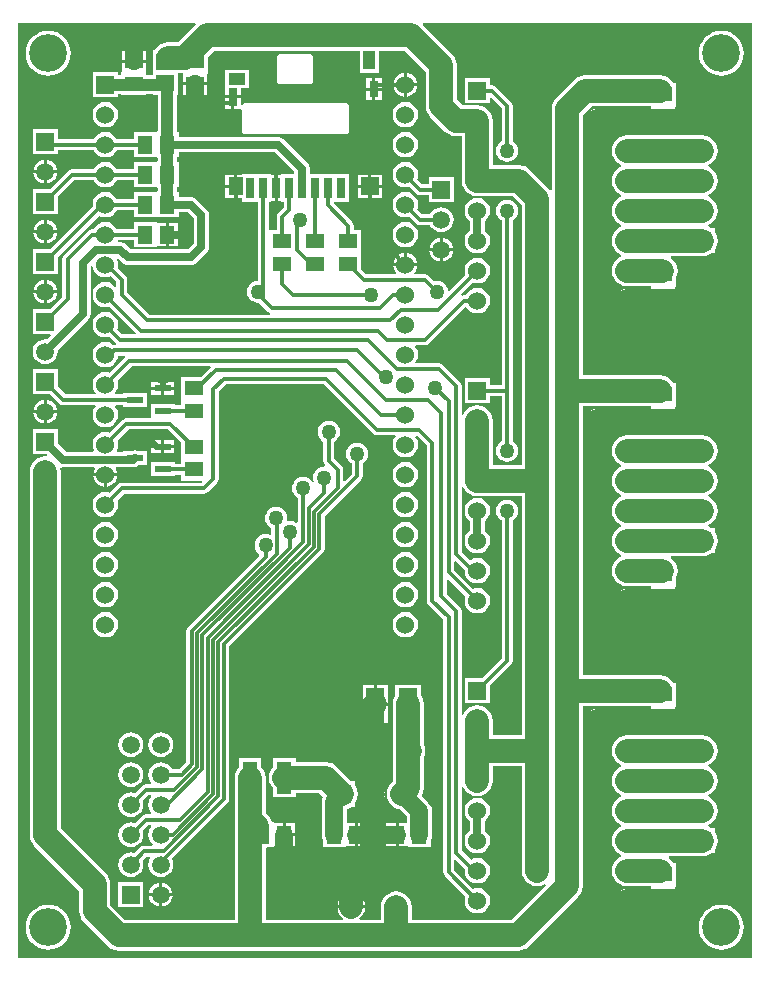
<source format=gtl>
G04*
G04 #@! TF.GenerationSoftware,Altium Limited,Altium Designer,19.1.8 (144)*
G04*
G04 Layer_Physical_Order=1*
G04 Layer_Color=255*
%FSLAX43Y43*%
%MOMM*%
G71*
G01*
G75*
%ADD14R,1.450X0.600*%
%ADD15R,0.800X1.500*%
%ADD16R,0.800X1.400*%
%ADD17R,1.300X1.500*%
%ADD18R,1.500X1.500*%
%ADD19R,1.450X1.000*%
%ADD20R,1.000X1.550*%
%ADD21R,0.700X1.750*%
%ADD22R,1.500X1.300*%
%ADD23R,1.300X1.500*%
%ADD24R,1.500X1.400*%
%ADD25R,1.300X2.700*%
%ADD26R,1.600X2.700*%
%ADD48C,0.300*%
%ADD49C,0.700*%
%ADD50C,2.000*%
%ADD51C,1.500*%
%ADD52C,0.500*%
%ADD53C,1.000*%
%ADD54C,1.530*%
%ADD55R,1.530X1.530*%
%ADD56C,1.500*%
%ADD57R,1.500X1.500*%
%ADD58C,1.600*%
%ADD59R,1.600X1.600*%
%ADD60C,1.800*%
%ADD61C,3.200*%
%ADD62C,1.270*%
G36*
X143977Y118202D02*
Y115316D01*
X143977Y115316D01*
X144021Y114977D01*
X144087Y114819D01*
X144152Y114660D01*
X144361Y114389D01*
X145631Y113119D01*
X145631Y113119D01*
X145902Y112910D01*
X146219Y112779D01*
X146558Y112735D01*
X146558Y112735D01*
X147025D01*
Y111506D01*
Y108966D01*
X147069Y108627D01*
X147200Y108310D01*
X147409Y108039D01*
X147680Y107830D01*
X147997Y107699D01*
X148336Y107655D01*
X151349D01*
X152105Y106899D01*
Y101346D01*
Y84877D01*
X149647D01*
Y86106D01*
Y88646D01*
X149603Y88985D01*
X149472Y89302D01*
X149263Y89573D01*
X148992Y89782D01*
X148675Y89913D01*
X148336Y89957D01*
X147997Y89913D01*
X147680Y89782D01*
X147409Y89573D01*
X147200Y89302D01*
X147144Y89165D01*
X147017Y89190D01*
Y91567D01*
X146982Y91743D01*
X146882Y91891D01*
X145418Y93356D01*
X145269Y93455D01*
X145093Y93490D01*
X143163D01*
X143107Y93604D01*
X143170Y93687D01*
X143278Y93946D01*
X143314Y94224D01*
X143278Y94502D01*
X143170Y94761D01*
X143050Y94918D01*
X143112Y95045D01*
X143891D01*
X144067Y95080D01*
X144215Y95180D01*
X147289Y98253D01*
X147440Y98224D01*
X147576Y98046D01*
X147799Y97876D01*
X148058Y97768D01*
X148336Y97732D01*
X148614Y97768D01*
X148873Y97876D01*
X149096Y98046D01*
X149266Y98269D01*
X149374Y98528D01*
X149410Y98806D01*
X149374Y99084D01*
X149266Y99343D01*
X149096Y99566D01*
X148873Y99736D01*
X148614Y99844D01*
X148336Y99880D01*
X148058Y99844D01*
X147799Y99736D01*
X147576Y99566D01*
X147406Y99343D01*
X147373Y99265D01*
X147193D01*
X147056Y99238D01*
X146993Y99355D01*
X147980Y100341D01*
X148058Y100308D01*
X148336Y100272D01*
X148614Y100308D01*
X148873Y100416D01*
X149096Y100586D01*
X149266Y100809D01*
X149374Y101068D01*
X149410Y101346D01*
X149374Y101624D01*
X149266Y101883D01*
X149096Y102106D01*
X148873Y102276D01*
X148614Y102384D01*
X148336Y102420D01*
X148058Y102384D01*
X147799Y102276D01*
X147576Y102106D01*
X147406Y101883D01*
X147298Y101624D01*
X147262Y101346D01*
X147298Y101068D01*
X147331Y100990D01*
X145970Y99629D01*
X145836Y99675D01*
X145818Y99812D01*
X145724Y100040D01*
X145574Y100235D01*
X145379Y100385D01*
X145151Y100479D01*
X144907Y100511D01*
X144663Y100479D01*
X144650Y100474D01*
X144215Y100908D01*
X144067Y101008D01*
X143891Y101043D01*
X143070D01*
X143007Y101170D01*
X143130Y101330D01*
X143233Y101578D01*
X143251Y101717D01*
X141229D01*
X141247Y101578D01*
X141350Y101330D01*
X141473Y101170D01*
X141410Y101043D01*
X138940D01*
X138464Y101519D01*
Y102870D01*
X138464D01*
X138464D01*
Y102870D01*
X138464D01*
X138464Y102870D01*
Y104770D01*
X137873D01*
Y105156D01*
X137838Y105332D01*
X137738Y105480D01*
X136176Y107043D01*
X136194Y107170D01*
X137454D01*
Y109520D01*
X134160D01*
Y109955D01*
X134137Y110125D01*
X134105Y110204D01*
X134072Y110283D01*
X133968Y110419D01*
X131909Y112478D01*
X131773Y112582D01*
X131694Y112615D01*
X131615Y112647D01*
X131445Y112670D01*
X123058D01*
Y113064D01*
X122915D01*
Y116210D01*
X122970D01*
Y118010D01*
Y118069D01*
X123331D01*
X123456Y118064D01*
Y118061D01*
X123456Y117942D01*
Y117287D01*
X125464D01*
Y117983D01*
Y118002D01*
X125510Y118110D01*
Y118125D01*
X125510Y118172D01*
Y119465D01*
X126019Y119974D01*
X138379D01*
Y118070D01*
X139979D01*
Y119974D01*
X142205D01*
X143977Y118202D01*
D02*
G37*
G36*
X171565Y43181D02*
X109481D01*
Y122311D01*
X124480D01*
X124520Y122184D01*
X123028Y120691D01*
X122174D01*
X121835Y120647D01*
X121518Y120516D01*
X121247Y120307D01*
X121038Y120036D01*
X121028Y120010D01*
X120870D01*
Y119435D01*
X120863Y119380D01*
X120870Y119325D01*
Y118010D01*
Y117891D01*
X120393D01*
X120303Y117981D01*
Y118048D01*
X120303Y118095D01*
Y118110D01*
X120257Y118218D01*
Y118237D01*
Y118933D01*
X118249D01*
Y118237D01*
Y118218D01*
X118203Y118110D01*
Y118095D01*
X118203Y118048D01*
Y117891D01*
X117905D01*
Y118149D01*
X115775D01*
Y116019D01*
X117905D01*
Y116277D01*
X118203D01*
Y116210D01*
X120303D01*
Y116277D01*
X120870D01*
Y116210D01*
X121301D01*
Y113184D01*
X121174Y113064D01*
X121158D01*
X121158D01*
D01*
X121031Y113064D01*
X119258D01*
Y112463D01*
X117803D01*
X117770Y112541D01*
X117600Y112764D01*
X117377Y112934D01*
X117118Y113042D01*
X116840Y113078D01*
X116562Y113042D01*
X116303Y112934D01*
X116080Y112764D01*
X115910Y112541D01*
X115877Y112463D01*
X112810D01*
Y113318D01*
X110710D01*
Y111218D01*
X112810D01*
Y111545D01*
X115877D01*
X115910Y111467D01*
X116080Y111244D01*
X116303Y111074D01*
X116562Y110966D01*
X116840Y110930D01*
X117118Y110966D01*
X117377Y111074D01*
X117600Y111244D01*
X117770Y111467D01*
X117803Y111545D01*
X119258D01*
Y110964D01*
X121031D01*
X121158Y110964D01*
X121158D01*
X121174D01*
X121301Y110844D01*
Y110644D01*
X121174Y110524D01*
X121158D01*
X121158D01*
D01*
X121031Y110524D01*
X119258D01*
Y109923D01*
X117803D01*
X117770Y110001D01*
X117600Y110224D01*
X117377Y110394D01*
X117118Y110502D01*
X116840Y110538D01*
X116562Y110502D01*
X116303Y110394D01*
X116080Y110224D01*
X115910Y110001D01*
X115877Y109923D01*
X114036D01*
X113860Y109888D01*
X113712Y109788D01*
X112161Y108238D01*
X110710D01*
Y106138D01*
X112810D01*
Y107589D01*
X114226Y109005D01*
X115877D01*
X115910Y108927D01*
X116080Y108704D01*
X116303Y108534D01*
X116562Y108426D01*
X116840Y108390D01*
X117118Y108426D01*
X117377Y108534D01*
X117600Y108704D01*
X117770Y108927D01*
X117803Y109005D01*
X119258D01*
Y108424D01*
X121031D01*
X121158Y108424D01*
X121158D01*
X121174D01*
X121301Y108304D01*
Y108104D01*
X121174Y107984D01*
X121158D01*
X121158D01*
D01*
X121031Y107984D01*
X119258D01*
Y107383D01*
X117803D01*
X117770Y107461D01*
X117600Y107684D01*
X117377Y107854D01*
X117118Y107962D01*
X116840Y107998D01*
X116562Y107962D01*
X116303Y107854D01*
X116080Y107684D01*
X115910Y107461D01*
X115802Y107202D01*
X115766Y106924D01*
X115785Y106781D01*
X112161Y103158D01*
X110710D01*
Y101058D01*
X112810D01*
Y102509D01*
X116298Y105997D01*
X116303Y105994D01*
X116562Y105886D01*
X116840Y105850D01*
X117118Y105886D01*
X117377Y105994D01*
X117600Y106164D01*
X117770Y106387D01*
X117803Y106465D01*
X119258D01*
Y105884D01*
X121031D01*
X121158Y105884D01*
X121158D01*
X121285Y105884D01*
X123058D01*
Y106278D01*
X123807D01*
X124312Y105773D01*
Y103650D01*
X123807Y103145D01*
X119017D01*
X118589Y103573D01*
X118453Y103677D01*
X118360Y103715D01*
X118295Y103742D01*
X118125Y103765D01*
X117965D01*
X117894Y103892D01*
X117914Y103925D01*
X119258D01*
Y103344D01*
X121096D01*
X121143Y103344D01*
X121158D01*
X121266Y103390D01*
X121285D01*
X121981D01*
Y104394D01*
Y105398D01*
X121285D01*
X121266D01*
X121158Y105444D01*
X121143D01*
X121096Y105444D01*
X119258D01*
Y104843D01*
X117803D01*
X117770Y104921D01*
X117600Y105144D01*
X117377Y105314D01*
X117118Y105422D01*
X116840Y105458D01*
X116562Y105422D01*
X116303Y105314D01*
X116080Y105144D01*
X115910Y104921D01*
X115877Y104843D01*
X115687D01*
X115511Y104808D01*
X115363Y104708D01*
X113341Y102686D01*
X113241Y102538D01*
X113206Y102362D01*
Y99123D01*
X112161Y98078D01*
X110710D01*
Y95978D01*
X112157D01*
X112205Y95861D01*
X111877Y95532D01*
X111760Y95547D01*
X111486Y95511D01*
X111230Y95405D01*
X111011Y95237D01*
X110843Y95018D01*
X110737Y94762D01*
X110701Y94488D01*
X110737Y94214D01*
X110843Y93958D01*
X111011Y93739D01*
X111230Y93571D01*
X111486Y93465D01*
X111760Y93429D01*
X112034Y93465D01*
X112290Y93571D01*
X112509Y93739D01*
X112677Y93958D01*
X112783Y94214D01*
X112819Y94488D01*
X112804Y94605D01*
X115399Y97199D01*
X115503Y97335D01*
X115549Y97447D01*
X115568Y97493D01*
X115591Y97663D01*
Y101661D01*
X115659Y101715D01*
X115789Y101665D01*
X115802Y101566D01*
X115910Y101307D01*
X116080Y101084D01*
X116303Y100914D01*
X116562Y100806D01*
X116840Y100770D01*
X117118Y100806D01*
X117293Y100879D01*
X117778Y100394D01*
Y100039D01*
X117651Y99996D01*
X117600Y100064D01*
X117377Y100234D01*
X117118Y100342D01*
X116840Y100378D01*
X116562Y100342D01*
X116303Y100234D01*
X116080Y100064D01*
X115910Y99841D01*
X115802Y99582D01*
X115766Y99304D01*
X115802Y99026D01*
X115910Y98767D01*
X116080Y98544D01*
X116303Y98374D01*
X116562Y98266D01*
X116840Y98230D01*
X117118Y98266D01*
X117196Y98299D01*
X117268Y98228D01*
X117298Y98207D01*
X119425Y96080D01*
X119376Y95963D01*
X118290D01*
X117845Y96408D01*
X117878Y96486D01*
X117914Y96764D01*
X117878Y97042D01*
X117770Y97301D01*
X117600Y97524D01*
X117377Y97694D01*
X117118Y97802D01*
X116840Y97838D01*
X116562Y97802D01*
X116303Y97694D01*
X116080Y97524D01*
X115910Y97301D01*
X115802Y97042D01*
X115766Y96764D01*
X115802Y96486D01*
X115910Y96227D01*
X116080Y96004D01*
X116303Y95834D01*
X116562Y95726D01*
X116840Y95690D01*
X117118Y95726D01*
X117196Y95759D01*
X117754Y95201D01*
X117735Y95118D01*
X117705Y95074D01*
X117602D01*
X117507Y95055D01*
X117377Y95154D01*
X117118Y95262D01*
X116840Y95298D01*
X116562Y95262D01*
X116303Y95154D01*
X116080Y94984D01*
X115910Y94761D01*
X115802Y94502D01*
X115766Y94224D01*
X115802Y93946D01*
X115910Y93687D01*
X116080Y93464D01*
X116303Y93294D01*
X116562Y93186D01*
X116840Y93150D01*
X117118Y93186D01*
X117377Y93294D01*
X117600Y93464D01*
X117770Y93687D01*
X117878Y93946D01*
X117905Y94156D01*
X118487D01*
X118517Y94112D01*
X118536Y94029D01*
X117196Y92689D01*
X117118Y92722D01*
X116840Y92758D01*
X116562Y92722D01*
X116303Y92614D01*
X116080Y92444D01*
X115910Y92221D01*
X115802Y91962D01*
X115766Y91684D01*
X115802Y91406D01*
X115910Y91147D01*
X116015Y91010D01*
X115952Y90883D01*
X113474D01*
X112810Y91547D01*
Y92998D01*
X110710D01*
Y90898D01*
X112161D01*
X112960Y90100D01*
X113108Y90000D01*
X113284Y89965D01*
X115968D01*
X116030Y89838D01*
X115910Y89681D01*
X115802Y89422D01*
X115766Y89144D01*
X115802Y88866D01*
X115910Y88607D01*
X116080Y88384D01*
X116303Y88214D01*
X116562Y88106D01*
X116840Y88070D01*
X117118Y88106D01*
X117377Y88214D01*
X117600Y88384D01*
X117770Y88607D01*
X117878Y88866D01*
X117914Y89144D01*
X117878Y89422D01*
X117770Y89681D01*
X117650Y89838D01*
X117712Y89965D01*
X118323D01*
Y89824D01*
X120373D01*
Y91024D01*
X118323D01*
Y90883D01*
X117728D01*
X117665Y91010D01*
X117770Y91147D01*
X117878Y91406D01*
X117914Y91684D01*
X117878Y91962D01*
X117845Y92040D01*
X119072Y93267D01*
X125726D01*
X125775Y93150D01*
X124949Y92324D01*
X123283D01*
Y90551D01*
X123283Y90424D01*
Y90424D01*
D01*
X123283Y90297D01*
Y89933D01*
X122723D01*
Y90074D01*
X120673D01*
Y88978D01*
X120673Y88874D01*
X120556Y88851D01*
X118628D01*
X118452Y88816D01*
X118304Y88716D01*
X117196Y87609D01*
X117118Y87642D01*
X116840Y87678D01*
X116562Y87642D01*
X116303Y87534D01*
X116080Y87364D01*
X115910Y87141D01*
X115802Y86882D01*
X115766Y86604D01*
X115802Y86326D01*
X115887Y86122D01*
X115816Y85995D01*
X113561D01*
X112810Y86745D01*
Y87918D01*
X110710D01*
Y85818D01*
X111870D01*
X111934Y85737D01*
X111877Y85624D01*
X111760Y85639D01*
X111421Y85595D01*
X111104Y85464D01*
X110833Y85255D01*
X110624Y84984D01*
X110493Y84667D01*
X110449Y84328D01*
Y53594D01*
X110449Y53594D01*
X110493Y53255D01*
X110559Y53097D01*
X110624Y52938D01*
X110833Y52667D01*
X114640Y48860D01*
Y47117D01*
X114640Y47117D01*
X114684Y46778D01*
X114750Y46620D01*
X114815Y46461D01*
X115024Y46190D01*
X117056Y44158D01*
X117327Y43949D01*
X117644Y43818D01*
X117983Y43774D01*
X117983Y43774D01*
X141478D01*
X141478Y43774D01*
X141478Y43774D01*
X151765D01*
X151765Y43774D01*
X152104Y43818D01*
X152262Y43884D01*
X152421Y43949D01*
X152692Y44158D01*
X156883Y48349D01*
X156883Y48349D01*
X157092Y48620D01*
X157184Y48844D01*
X157223Y48937D01*
X157267Y49276D01*
Y64475D01*
X162955D01*
X163080Y64470D01*
X163080Y64348D01*
Y63693D01*
X165088D01*
Y64389D01*
Y64408D01*
X165134Y64516D01*
Y64531D01*
X165134Y64578D01*
Y65731D01*
X165141Y65786D01*
X165134Y65841D01*
Y66416D01*
X164976D01*
X164966Y66442D01*
X164757Y66713D01*
X164486Y66922D01*
X164169Y67053D01*
X163830Y67097D01*
X157267D01*
Y89875D01*
X162955D01*
X163080Y89870D01*
X163080Y89748D01*
Y89093D01*
X165088D01*
Y89789D01*
Y89808D01*
X165134Y89916D01*
Y89931D01*
X165134Y89978D01*
Y91131D01*
X165141Y91186D01*
X165134Y91241D01*
Y91816D01*
X164976D01*
X164966Y91842D01*
X164757Y92113D01*
X164486Y92322D01*
X164169Y92453D01*
X163830Y92497D01*
X157267D01*
Y114519D01*
X158023Y115275D01*
X162955D01*
X163080Y115270D01*
X163080Y115148D01*
Y114493D01*
X165088D01*
Y115189D01*
Y115208D01*
X165134Y115316D01*
Y115331D01*
X165134Y115378D01*
Y116531D01*
X165141Y116586D01*
X165134Y116641D01*
Y117216D01*
X164976D01*
X164966Y117242D01*
X164757Y117513D01*
X164486Y117722D01*
X164169Y117853D01*
X163830Y117897D01*
X157480D01*
X157141Y117853D01*
X156824Y117722D01*
X156553Y117513D01*
X155029Y115989D01*
X154820Y115718D01*
X154755Y115559D01*
X154689Y115401D01*
X154645Y115062D01*
X154645Y115062D01*
Y108185D01*
X154518Y108142D01*
X154343Y108369D01*
X152819Y109893D01*
X152548Y110102D01*
X152389Y110167D01*
X152231Y110233D01*
X151892Y110277D01*
X151892Y110277D01*
X149647D01*
Y111506D01*
Y114046D01*
X149603Y114385D01*
X149472Y114702D01*
X149263Y114973D01*
X148992Y115182D01*
X148675Y115313D01*
X148336Y115357D01*
X147101D01*
X146599Y115859D01*
Y118745D01*
X146599Y118745D01*
X146555Y119084D01*
X146462Y119308D01*
X146424Y119401D01*
X146215Y119672D01*
X146215Y119672D01*
X143704Y122184D01*
X143744Y122311D01*
X171565D01*
Y43181D01*
D02*
G37*
G36*
X132848Y109683D02*
Y109520D01*
X131754D01*
Y109474D01*
X131431D01*
Y108345D01*
Y107216D01*
X131754D01*
Y107170D01*
X131945D01*
Y106686D01*
X131502Y106242D01*
X131402Y106094D01*
X131367Y105918D01*
Y104770D01*
X130776D01*
Y104770D01*
X130663Y104803D01*
Y107170D01*
X130854D01*
Y107216D01*
X131177D01*
Y108345D01*
Y109474D01*
X130854D01*
Y109520D01*
X128454D01*
Y109474D01*
X128031D01*
Y108470D01*
Y107466D01*
X128454D01*
Y107170D01*
X129745D01*
Y100505D01*
X129550Y100479D01*
X129322Y100385D01*
X129127Y100235D01*
X128977Y100040D01*
X128883Y99812D01*
X128851Y99568D01*
X128883Y99324D01*
X128977Y99096D01*
X129127Y98901D01*
X129322Y98751D01*
X129550Y98657D01*
X129794Y98625D01*
X129845Y98632D01*
X129880Y98580D01*
X130613Y97847D01*
X130761Y97747D01*
X130793Y97741D01*
X130781Y97614D01*
X120586D01*
X118696Y99504D01*
Y100584D01*
X118661Y100760D01*
X118561Y100908D01*
X117881Y101589D01*
X117914Y101844D01*
X117878Y102122D01*
X117838Y102219D01*
X117908Y102377D01*
X117924Y102383D01*
X118281Y102025D01*
X118417Y101921D01*
X118496Y101888D01*
X118575Y101856D01*
X118745Y101833D01*
X124079D01*
X124249Y101856D01*
X124328Y101888D01*
X124407Y101921D01*
X124543Y102025D01*
X125432Y102914D01*
X125536Y103050D01*
X125582Y103162D01*
X125601Y103208D01*
X125624Y103378D01*
Y106045D01*
X125601Y106215D01*
X125582Y106261D01*
X125536Y106373D01*
X125432Y106509D01*
X124543Y107398D01*
X124407Y107502D01*
X124328Y107535D01*
X124249Y107567D01*
X124079Y107590D01*
X123058D01*
Y107984D01*
X122915D01*
Y108424D01*
X123058D01*
Y110524D01*
X122915D01*
Y110964D01*
X123058D01*
Y111358D01*
X131173D01*
X132848Y109683D01*
D02*
G37*
G36*
X139503Y87560D02*
X139651Y87460D01*
X139827Y87425D01*
X141368D01*
X141430Y87298D01*
X141310Y87141D01*
X141202Y86882D01*
X141166Y86604D01*
X141202Y86326D01*
X141310Y86067D01*
X141480Y85844D01*
X141703Y85674D01*
X141962Y85566D01*
X142240Y85530D01*
X142518Y85566D01*
X142777Y85674D01*
X143000Y85844D01*
X143170Y86067D01*
X143278Y86326D01*
X143314Y86604D01*
X143278Y86882D01*
X143170Y87141D01*
X143085Y87253D01*
X143142Y87380D01*
X143228Y87390D01*
X144067Y86551D01*
Y73406D01*
X144102Y73230D01*
X144202Y73082D01*
X145464Y71819D01*
Y50419D01*
X145499Y50243D01*
X145599Y50095D01*
X147331Y48362D01*
X147298Y48284D01*
X147262Y48006D01*
X147298Y47728D01*
X147406Y47469D01*
X147576Y47246D01*
X147799Y47076D01*
X148058Y46968D01*
X148336Y46932D01*
X148614Y46968D01*
X148873Y47076D01*
X149096Y47246D01*
X149266Y47469D01*
X149374Y47728D01*
X149410Y48006D01*
X149374Y48284D01*
X149266Y48543D01*
X149096Y48766D01*
X148873Y48936D01*
X148614Y49044D01*
X148336Y49080D01*
X148058Y49044D01*
X147980Y49011D01*
X146382Y50609D01*
Y51431D01*
X146499Y51480D01*
X147282Y50697D01*
X147262Y50546D01*
X147298Y50268D01*
X147406Y50009D01*
X147576Y49786D01*
X147799Y49616D01*
X148058Y49508D01*
X148336Y49472D01*
X148614Y49508D01*
X148873Y49616D01*
X149096Y49786D01*
X149266Y50009D01*
X149374Y50268D01*
X149410Y50546D01*
X149374Y50824D01*
X149266Y51083D01*
X149096Y51306D01*
X148873Y51476D01*
X148614Y51584D01*
X148336Y51620D01*
X148058Y51584D01*
X147800Y51477D01*
X147017Y52260D01*
Y57622D01*
X147144Y57647D01*
X147200Y57510D01*
X147409Y57239D01*
X147680Y57030D01*
X147997Y56899D01*
X148336Y56855D01*
X148675Y56899D01*
X148992Y57030D01*
X149263Y57239D01*
X149472Y57510D01*
X149603Y57827D01*
X149647Y58166D01*
Y59395D01*
X152105D01*
Y50546D01*
X152149Y50207D01*
X152280Y49890D01*
X152489Y49619D01*
X152760Y49410D01*
X153077Y49279D01*
X153416Y49235D01*
X153755Y49279D01*
X154046Y49400D01*
X154118Y49292D01*
X151222Y46396D01*
X142794D01*
Y47469D01*
X142750Y47808D01*
X142619Y48125D01*
X142410Y48396D01*
X142139Y48605D01*
X141822Y48736D01*
X141483Y48780D01*
X141144Y48736D01*
X140827Y48605D01*
X140556Y48396D01*
X140347Y48125D01*
X140216Y47808D01*
X140172Y47469D01*
Y46396D01*
X138379D01*
X138336Y46523D01*
X138496Y46646D01*
X138681Y46887D01*
X138797Y47168D01*
X138820Y47342D01*
X136526D01*
X136549Y47168D01*
X136665Y46887D01*
X136850Y46646D01*
X137010Y46523D01*
X136967Y46396D01*
X130417D01*
Y52454D01*
X130507Y52544D01*
X131002D01*
X131049Y52544D01*
X131064D01*
X131172Y52590D01*
X131191D01*
X131887D01*
Y53594D01*
Y54598D01*
X131191D01*
X131172D01*
X131064Y54644D01*
X131049D01*
X131002Y54644D01*
X130940D01*
X130934Y54695D01*
X130803Y55012D01*
X130594Y55283D01*
X130417Y55460D01*
Y58420D01*
X130373Y58759D01*
X130242Y59076D01*
X130056Y59317D01*
Y60070D01*
X128156D01*
Y59317D01*
X127970Y59076D01*
X127839Y58759D01*
X127795Y58420D01*
Y54917D01*
X127795Y54917D01*
X127795Y54917D01*
Y46396D01*
X118526D01*
X117262Y47660D01*
Y49403D01*
X117218Y49742D01*
X117179Y49835D01*
X117087Y50059D01*
X116878Y50330D01*
X116878Y50330D01*
X113071Y54137D01*
Y84328D01*
X113035Y84603D01*
X113076Y84653D01*
X113139Y84701D01*
X113144Y84702D01*
X113289Y84683D01*
X115889D01*
X115941Y84556D01*
X115847Y84330D01*
X115829Y84191D01*
X117851D01*
X117833Y84330D01*
X117739Y84556D01*
X117791Y84683D01*
X119216D01*
X119386Y84706D01*
X119465Y84738D01*
X119544Y84771D01*
X119674Y84871D01*
X120373D01*
Y86071D01*
X119598D01*
X119518Y86104D01*
X119348Y86127D01*
X119178Y86104D01*
X119098Y86071D01*
X118323D01*
Y85995D01*
X117864D01*
X117793Y86122D01*
X117878Y86326D01*
X117914Y86604D01*
X117878Y86882D01*
X117845Y86960D01*
X118818Y87933D01*
X122172D01*
X123283Y86822D01*
Y85471D01*
X123283D01*
X123283D01*
Y85471D01*
X123283D01*
X123283Y85471D01*
Y84980D01*
X122723D01*
Y85121D01*
X120673D01*
Y83921D01*
X122723D01*
Y84062D01*
X123283D01*
Y83571D01*
X125005D01*
X125059Y83449D01*
X125004Y83380D01*
X118237D01*
X118061Y83345D01*
X117913Y83245D01*
X117196Y82529D01*
X117118Y82562D01*
X116840Y82598D01*
X116562Y82562D01*
X116303Y82454D01*
X116080Y82284D01*
X115910Y82061D01*
X115802Y81802D01*
X115766Y81524D01*
X115802Y81246D01*
X115910Y80987D01*
X116080Y80764D01*
X116303Y80594D01*
X116562Y80486D01*
X116840Y80450D01*
X117118Y80486D01*
X117377Y80594D01*
X117600Y80764D01*
X117770Y80987D01*
X117878Y81246D01*
X117914Y81524D01*
X117878Y81802D01*
X117845Y81880D01*
X118427Y82462D01*
X125212D01*
X125388Y82497D01*
X125536Y82597D01*
X126308Y83369D01*
X126408Y83517D01*
X126443Y83693D01*
Y91123D01*
X127063Y91743D01*
X135319D01*
X139503Y87560D01*
D02*
G37*
G36*
X147200Y82910D02*
X147409Y82639D01*
X147680Y82430D01*
X147997Y82299D01*
X148336Y82255D01*
X152105D01*
Y75946D01*
Y62017D01*
X149647D01*
Y63246D01*
X149603Y63585D01*
X149472Y63902D01*
X149263Y64173D01*
X148992Y64382D01*
X148675Y64513D01*
X148336Y64557D01*
X147997Y64513D01*
X147680Y64382D01*
X147409Y64173D01*
X147200Y63902D01*
X147144Y63765D01*
X147017Y63790D01*
Y72517D01*
X146982Y72693D01*
X146882Y72841D01*
X145747Y73977D01*
Y75180D01*
X145864Y75229D01*
X147331Y73762D01*
X147298Y73684D01*
X147262Y73406D01*
X147298Y73128D01*
X147406Y72869D01*
X147576Y72646D01*
X147799Y72476D01*
X148058Y72368D01*
X148336Y72332D01*
X148614Y72368D01*
X148873Y72476D01*
X149096Y72646D01*
X149266Y72869D01*
X149374Y73128D01*
X149410Y73406D01*
X149374Y73684D01*
X149266Y73943D01*
X149096Y74166D01*
X148873Y74336D01*
X148614Y74444D01*
X148336Y74480D01*
X148058Y74444D01*
X147980Y74411D01*
X146382Y76009D01*
Y76704D01*
X146499Y76753D01*
X147267Y75985D01*
X147262Y75946D01*
X147298Y75668D01*
X147406Y75409D01*
X147576Y75186D01*
X147799Y75016D01*
X148058Y74908D01*
X148336Y74872D01*
X148614Y74908D01*
X148873Y75016D01*
X149096Y75186D01*
X149266Y75409D01*
X149374Y75668D01*
X149410Y75946D01*
X149374Y76224D01*
X149266Y76483D01*
X149096Y76706D01*
X148873Y76876D01*
X148614Y76984D01*
X148336Y77020D01*
X148058Y76984D01*
X147799Y76876D01*
X147728Y76822D01*
X147017Y77533D01*
Y83022D01*
X147144Y83047D01*
X147200Y82910D01*
D02*
G37*
%LPC*%
G36*
X142367Y118095D02*
Y117211D01*
X143251D01*
X143233Y117350D01*
X143130Y117598D01*
X142967Y117811D01*
X142754Y117974D01*
X142506Y118077D01*
X142367Y118095D01*
D02*
G37*
G36*
X142113D02*
X141974Y118077D01*
X141726Y117974D01*
X141513Y117811D01*
X141350Y117598D01*
X141247Y117350D01*
X141229Y117211D01*
X142113D01*
Y118095D01*
D02*
G37*
G36*
X134154Y119726D02*
X131654D01*
X131537Y119703D01*
X131438Y119636D01*
X131371Y119537D01*
X131348Y119420D01*
Y117420D01*
X131371Y117303D01*
X131438Y117204D01*
X131537Y117137D01*
X131654Y117114D01*
X134154D01*
X134271Y117137D01*
X134370Y117204D01*
X134437Y117303D01*
X134460Y117420D01*
Y119420D01*
X134437Y119537D01*
X134370Y119636D01*
X134271Y119703D01*
X134154Y119726D01*
D02*
G37*
G36*
X140233Y117674D02*
X139706D01*
Y116847D01*
X140233D01*
Y117674D01*
D02*
G37*
G36*
X139452D02*
X138925D01*
Y116847D01*
X139452D01*
Y117674D01*
D02*
G37*
G36*
X125464Y117033D02*
X124587D01*
Y116256D01*
X125464D01*
Y117033D01*
D02*
G37*
G36*
X124333D02*
X123456D01*
Y116256D01*
X124333D01*
Y117033D01*
D02*
G37*
G36*
X129004Y118370D02*
X126954D01*
Y116770D01*
X127000D01*
Y116197D01*
X128308D01*
Y116770D01*
X129004D01*
Y118370D01*
D02*
G37*
G36*
X143251Y116957D02*
X142367D01*
Y116073D01*
X142506Y116091D01*
X142754Y116194D01*
X142967Y116357D01*
X143130Y116570D01*
X143233Y116818D01*
X143251Y116957D01*
D02*
G37*
G36*
X142113D02*
X141229D01*
X141247Y116818D01*
X141350Y116570D01*
X141513Y116357D01*
X141726Y116194D01*
X141974Y116091D01*
X142113Y116073D01*
Y116957D01*
D02*
G37*
G36*
X140233Y116593D02*
X139706D01*
Y115766D01*
X140233D01*
Y116593D01*
D02*
G37*
G36*
X139452D02*
X138925D01*
Y115766D01*
X139452D01*
Y116593D01*
D02*
G37*
G36*
X127527Y115943D02*
X127000D01*
Y115066D01*
X127527D01*
Y115943D01*
D02*
G37*
G36*
X142240Y115618D02*
X141962Y115582D01*
X141703Y115474D01*
X141480Y115304D01*
X141310Y115081D01*
X141202Y114822D01*
X141166Y114544D01*
X141202Y114266D01*
X141310Y114007D01*
X141480Y113784D01*
X141703Y113614D01*
X141962Y113506D01*
X142240Y113470D01*
X142518Y113506D01*
X142777Y113614D01*
X143000Y113784D01*
X143170Y114007D01*
X143278Y114266D01*
X143314Y114544D01*
X143278Y114822D01*
X143170Y115081D01*
X143000Y115304D01*
X142777Y115474D01*
X142518Y115582D01*
X142240Y115618D01*
D02*
G37*
G36*
X128308Y115943D02*
X127781D01*
Y115066D01*
X128271D01*
X128308Y115066D01*
X128398Y114977D01*
Y113220D01*
X128421Y113103D01*
X128488Y113004D01*
X128587Y112937D01*
X128704Y112914D01*
X137204D01*
X137321Y112937D01*
X137420Y113004D01*
X137487Y113103D01*
X137510Y113220D01*
Y115220D01*
X137487Y115337D01*
X137420Y115436D01*
X137321Y115503D01*
X137204Y115526D01*
X128704D01*
X128587Y115503D01*
X128488Y115436D01*
X128435Y115357D01*
X128344Y115365D01*
X128308Y115379D01*
Y115943D01*
D02*
G37*
G36*
X142240Y113078D02*
X141962Y113042D01*
X141703Y112934D01*
X141480Y112764D01*
X141310Y112541D01*
X141202Y112282D01*
X141166Y112004D01*
X141202Y111726D01*
X141310Y111467D01*
X141480Y111244D01*
X141703Y111074D01*
X141962Y110966D01*
X142240Y110930D01*
X142518Y110966D01*
X142777Y111074D01*
X143000Y111244D01*
X143170Y111467D01*
X143278Y111726D01*
X143314Y112004D01*
X143278Y112282D01*
X143170Y112541D01*
X143000Y112764D01*
X142777Y112934D01*
X142518Y113042D01*
X142240Y113078D01*
D02*
G37*
G36*
X140258Y109474D02*
X139381D01*
Y108597D01*
X140258D01*
Y109474D01*
D02*
G37*
G36*
X139127D02*
X138250D01*
Y108597D01*
X139127D01*
Y109474D01*
D02*
G37*
G36*
X140258Y108343D02*
X139381D01*
Y107466D01*
X140258D01*
Y108343D01*
D02*
G37*
G36*
X139127D02*
X138250D01*
Y107466D01*
X139127D01*
Y108343D01*
D02*
G37*
G36*
X142240Y110538D02*
X141962Y110502D01*
X141703Y110394D01*
X141480Y110224D01*
X141310Y110001D01*
X141202Y109742D01*
X141166Y109464D01*
X141202Y109186D01*
X141310Y108927D01*
X141480Y108704D01*
X141703Y108534D01*
X141962Y108426D01*
X142240Y108390D01*
X142518Y108426D01*
X142596Y108459D01*
X143176Y107880D01*
X143324Y107780D01*
X143500Y107745D01*
X144238D01*
Y107154D01*
X146338D01*
Y109254D01*
X144238D01*
Y108663D01*
X143690D01*
X143245Y109108D01*
X143278Y109186D01*
X143314Y109464D01*
X143278Y109742D01*
X143170Y110001D01*
X143000Y110224D01*
X142777Y110394D01*
X142518Y110502D01*
X142240Y110538D01*
D02*
G37*
G36*
Y107998D02*
X141962Y107962D01*
X141703Y107854D01*
X141480Y107684D01*
X141310Y107461D01*
X141202Y107202D01*
X141166Y106924D01*
X141202Y106646D01*
X141310Y106387D01*
X141480Y106164D01*
X141703Y105994D01*
X141962Y105886D01*
X142240Y105850D01*
X142518Y105886D01*
X142596Y105919D01*
X143176Y105340D01*
X143324Y105240D01*
X143500Y105205D01*
X144342D01*
X144371Y105134D01*
X144539Y104915D01*
X144758Y104747D01*
X145014Y104641D01*
X145288Y104605D01*
X145562Y104641D01*
X145818Y104747D01*
X146037Y104915D01*
X146205Y105134D01*
X146311Y105390D01*
X146347Y105664D01*
X146311Y105938D01*
X146205Y106194D01*
X146037Y106413D01*
X145818Y106581D01*
X145562Y106687D01*
X145288Y106723D01*
X145014Y106687D01*
X144758Y106581D01*
X144539Y106413D01*
X144371Y106194D01*
X144342Y106123D01*
X143690D01*
X143245Y106568D01*
X143278Y106646D01*
X143314Y106924D01*
X143278Y107202D01*
X143170Y107461D01*
X143000Y107684D01*
X142777Y107854D01*
X142518Y107962D01*
X142240Y107998D01*
D02*
G37*
G36*
Y105458D02*
X141962Y105422D01*
X141703Y105314D01*
X141480Y105144D01*
X141310Y104921D01*
X141202Y104662D01*
X141166Y104384D01*
X141202Y104106D01*
X141310Y103847D01*
X141480Y103624D01*
X141703Y103454D01*
X141962Y103346D01*
X142240Y103310D01*
X142518Y103346D01*
X142777Y103454D01*
X143000Y103624D01*
X143170Y103847D01*
X143278Y104106D01*
X143314Y104384D01*
X143278Y104662D01*
X143170Y104921D01*
X143000Y105144D01*
X142777Y105314D01*
X142518Y105422D01*
X142240Y105458D01*
D02*
G37*
G36*
X145415Y104120D02*
Y103251D01*
X146284D01*
X146266Y103386D01*
X146165Y103630D01*
X146004Y103840D01*
X145794Y104001D01*
X145550Y104102D01*
X145415Y104120D01*
D02*
G37*
G36*
X145161D02*
X145026Y104102D01*
X144782Y104001D01*
X144572Y103840D01*
X144411Y103630D01*
X144310Y103386D01*
X144292Y103251D01*
X145161D01*
Y104120D01*
D02*
G37*
G36*
X148336Y107500D02*
X148058Y107464D01*
X147799Y107356D01*
X147576Y107186D01*
X147406Y106963D01*
X147298Y106704D01*
X147262Y106426D01*
X147298Y106148D01*
X147406Y105889D01*
X147576Y105666D01*
X147680Y105587D01*
Y104725D01*
X147576Y104646D01*
X147406Y104423D01*
X147298Y104164D01*
X147262Y103886D01*
X147298Y103608D01*
X147406Y103349D01*
X147576Y103126D01*
X147799Y102956D01*
X148058Y102848D01*
X148336Y102812D01*
X148614Y102848D01*
X148873Y102956D01*
X149096Y103126D01*
X149266Y103349D01*
X149374Y103608D01*
X149410Y103886D01*
X149374Y104164D01*
X149266Y104423D01*
X149096Y104646D01*
X148992Y104725D01*
Y105587D01*
X149096Y105666D01*
X149266Y105889D01*
X149374Y106148D01*
X149410Y106426D01*
X149374Y106704D01*
X149266Y106963D01*
X149096Y107186D01*
X148873Y107356D01*
X148614Y107464D01*
X148336Y107500D01*
D02*
G37*
G36*
X146284Y102997D02*
X145415D01*
Y102128D01*
X145550Y102146D01*
X145794Y102247D01*
X146004Y102408D01*
X146165Y102618D01*
X146266Y102862D01*
X146284Y102997D01*
D02*
G37*
G36*
X145161D02*
X144292D01*
X144310Y102862D01*
X144411Y102618D01*
X144572Y102408D01*
X144782Y102247D01*
X145026Y102146D01*
X145161Y102128D01*
Y102997D01*
D02*
G37*
G36*
X142367Y102855D02*
Y101971D01*
X143251D01*
X143233Y102110D01*
X143130Y102358D01*
X142967Y102571D01*
X142754Y102734D01*
X142506Y102837D01*
X142367Y102855D01*
D02*
G37*
G36*
X142113D02*
X141974Y102837D01*
X141726Y102734D01*
X141513Y102571D01*
X141350Y102358D01*
X141247Y102110D01*
X141229Y101971D01*
X142113D01*
Y102855D01*
D02*
G37*
G36*
X150876Y107369D02*
X150632Y107337D01*
X150404Y107243D01*
X150209Y107093D01*
X150059Y106898D01*
X149965Y106670D01*
X149933Y106426D01*
X149965Y106182D01*
X150059Y105954D01*
X150209Y105759D01*
X150404Y105609D01*
X150417Y105604D01*
Y91645D01*
X149401D01*
Y92251D01*
X147271D01*
Y90121D01*
X149401D01*
Y90727D01*
X150417D01*
Y86928D01*
X150404Y86923D01*
X150209Y86773D01*
X150059Y86578D01*
X149965Y86350D01*
X149933Y86106D01*
X149965Y85862D01*
X150059Y85634D01*
X150209Y85439D01*
X150404Y85289D01*
X150632Y85195D01*
X150876Y85163D01*
X151120Y85195D01*
X151348Y85289D01*
X151543Y85439D01*
X151693Y85634D01*
X151787Y85862D01*
X151819Y86106D01*
X151787Y86350D01*
X151693Y86578D01*
X151543Y86773D01*
X151348Y86923D01*
X151335Y86928D01*
Y91186D01*
Y105604D01*
X151348Y105609D01*
X151543Y105759D01*
X151693Y105954D01*
X151787Y106182D01*
X151819Y106426D01*
X151787Y106670D01*
X151693Y106898D01*
X151543Y107093D01*
X151348Y107243D01*
X151120Y107337D01*
X150876Y107369D01*
D02*
G37*
G36*
X120257Y119964D02*
X119380D01*
Y119187D01*
X120257D01*
Y119964D01*
D02*
G37*
G36*
X119126D02*
X118249D01*
Y119187D01*
X119126D01*
Y119964D01*
D02*
G37*
G36*
X169000Y121655D02*
X168628Y121619D01*
X168269Y121510D01*
X167939Y121333D01*
X167650Y121096D01*
X167413Y120807D01*
X167236Y120477D01*
X167127Y120118D01*
X167091Y119746D01*
X167127Y119374D01*
X167236Y119015D01*
X167413Y118685D01*
X167650Y118396D01*
X167939Y118159D01*
X168269Y117982D01*
X168628Y117873D01*
X169000Y117837D01*
X169372Y117873D01*
X169731Y117982D01*
X170061Y118159D01*
X170350Y118396D01*
X170587Y118685D01*
X170764Y119015D01*
X170873Y119374D01*
X170909Y119746D01*
X170873Y120118D01*
X170764Y120477D01*
X170587Y120807D01*
X170350Y121096D01*
X170061Y121333D01*
X169731Y121510D01*
X169372Y121619D01*
X169000Y121655D01*
D02*
G37*
G36*
X112000D02*
X111628Y121619D01*
X111269Y121510D01*
X110939Y121333D01*
X110650Y121096D01*
X110413Y120807D01*
X110236Y120477D01*
X110127Y120118D01*
X110091Y119746D01*
X110127Y119374D01*
X110236Y119015D01*
X110413Y118685D01*
X110650Y118396D01*
X110939Y118159D01*
X111269Y117982D01*
X111628Y117873D01*
X112000Y117837D01*
X112372Y117873D01*
X112731Y117982D01*
X113061Y118159D01*
X113350Y118396D01*
X113587Y118685D01*
X113764Y119015D01*
X113873Y119374D01*
X113909Y119746D01*
X113873Y120118D01*
X113764Y120477D01*
X113587Y120807D01*
X113350Y121096D01*
X113061Y121333D01*
X112731Y121510D01*
X112372Y121619D01*
X112000Y121655D01*
D02*
G37*
G36*
X161163Y115057D02*
Y114173D01*
X162047D01*
X162029Y114312D01*
X161926Y114560D01*
X161763Y114773D01*
X161550Y114936D01*
X161302Y115039D01*
X161163Y115057D01*
D02*
G37*
G36*
X160909D02*
X160770Y115039D01*
X160522Y114936D01*
X160309Y114773D01*
X160146Y114560D01*
X160043Y114312D01*
X160025Y114173D01*
X160909D01*
Y115057D01*
D02*
G37*
G36*
X158623D02*
Y114173D01*
X159507D01*
X159489Y114312D01*
X159386Y114560D01*
X159223Y114773D01*
X159010Y114936D01*
X158762Y115039D01*
X158623Y115057D01*
D02*
G37*
G36*
X158369D02*
X158230Y115039D01*
X157982Y114936D01*
X157769Y114773D01*
X157606Y114560D01*
X157503Y114312D01*
X157485Y114173D01*
X158369D01*
Y115057D01*
D02*
G37*
G36*
X116840Y115618D02*
X116562Y115582D01*
X116303Y115474D01*
X116080Y115304D01*
X115910Y115081D01*
X115802Y114822D01*
X115766Y114544D01*
X115802Y114266D01*
X115910Y114007D01*
X116080Y113784D01*
X116303Y113614D01*
X116562Y113506D01*
X116840Y113470D01*
X117118Y113506D01*
X117377Y113614D01*
X117600Y113784D01*
X117770Y114007D01*
X117878Y114266D01*
X117914Y114544D01*
X117878Y114822D01*
X117770Y115081D01*
X117600Y115304D01*
X117377Y115474D01*
X117118Y115582D01*
X116840Y115618D01*
D02*
G37*
G36*
X165088Y114239D02*
X164211D01*
Y113462D01*
X165088D01*
Y114239D01*
D02*
G37*
G36*
X163957D02*
X163080D01*
Y113462D01*
X163957D01*
Y114239D01*
D02*
G37*
G36*
X162047Y113919D02*
X161163D01*
Y113035D01*
X161302Y113053D01*
X161550Y113156D01*
X161763Y113319D01*
X161926Y113532D01*
X162029Y113780D01*
X162047Y113919D01*
D02*
G37*
G36*
X160909D02*
X160025D01*
X160043Y113780D01*
X160146Y113532D01*
X160309Y113319D01*
X160522Y113156D01*
X160770Y113053D01*
X160909Y113035D01*
Y113919D01*
D02*
G37*
G36*
X159507D02*
X158623D01*
Y113035D01*
X158762Y113053D01*
X159010Y113156D01*
X159223Y113319D01*
X159386Y113532D01*
X159489Y113780D01*
X159507Y113919D01*
D02*
G37*
G36*
X158369D02*
X157485D01*
X157503Y113780D01*
X157606Y113532D01*
X157769Y113319D01*
X157982Y113156D01*
X158230Y113053D01*
X158369Y113035D01*
Y113919D01*
D02*
G37*
G36*
X149401Y117651D02*
X147271D01*
Y115521D01*
X149401D01*
Y115963D01*
X149528Y116015D01*
X150417Y115126D01*
Y112328D01*
X150404Y112323D01*
X150209Y112173D01*
X150059Y111978D01*
X149965Y111750D01*
X149933Y111506D01*
X149965Y111262D01*
X150059Y111034D01*
X150209Y110839D01*
X150404Y110689D01*
X150632Y110595D01*
X150876Y110563D01*
X151120Y110595D01*
X151348Y110689D01*
X151543Y110839D01*
X151693Y111034D01*
X151787Y111262D01*
X151819Y111506D01*
X151787Y111750D01*
X151693Y111978D01*
X151543Y112173D01*
X151348Y112323D01*
X151335Y112328D01*
Y115316D01*
X151300Y115492D01*
X151200Y115640D01*
X149930Y116910D01*
X149782Y117010D01*
X149606Y117045D01*
X149401D01*
Y117651D01*
D02*
G37*
G36*
X111887Y110724D02*
Y109855D01*
X112756D01*
X112738Y109990D01*
X112637Y110234D01*
X112476Y110444D01*
X112266Y110605D01*
X112022Y110706D01*
X111887Y110724D01*
D02*
G37*
G36*
X111633D02*
X111498Y110706D01*
X111254Y110605D01*
X111044Y110444D01*
X110883Y110234D01*
X110782Y109990D01*
X110764Y109855D01*
X111633D01*
Y110724D01*
D02*
G37*
G36*
X112756Y109601D02*
X111887D01*
Y108732D01*
X112022Y108750D01*
X112266Y108851D01*
X112476Y109012D01*
X112637Y109222D01*
X112738Y109466D01*
X112756Y109601D01*
D02*
G37*
G36*
X111633D02*
X110764D01*
X110782Y109466D01*
X110883Y109222D01*
X111044Y109012D01*
X111254Y108851D01*
X111498Y108750D01*
X111633Y108732D01*
Y109601D01*
D02*
G37*
G36*
X111887Y105644D02*
Y104775D01*
X112756D01*
X112738Y104910D01*
X112637Y105154D01*
X112476Y105364D01*
X112266Y105525D01*
X112022Y105626D01*
X111887Y105644D01*
D02*
G37*
G36*
X111633D02*
X111498Y105626D01*
X111254Y105525D01*
X111044Y105364D01*
X110883Y105154D01*
X110782Y104910D01*
X110764Y104775D01*
X111633D01*
Y105644D01*
D02*
G37*
G36*
X122235Y105398D02*
Y104521D01*
X123012D01*
Y105398D01*
X122235D01*
D02*
G37*
G36*
X112756Y104521D02*
X111887D01*
Y103652D01*
X112022Y103670D01*
X112266Y103771D01*
X112476Y103932D01*
X112637Y104142D01*
X112738Y104386D01*
X112756Y104521D01*
D02*
G37*
G36*
X111633D02*
X110764D01*
X110782Y104386D01*
X110883Y104142D01*
X111044Y103932D01*
X111254Y103771D01*
X111498Y103670D01*
X111633Y103652D01*
Y104521D01*
D02*
G37*
G36*
X123012Y104267D02*
X122235D01*
Y103390D01*
X123012D01*
Y104267D01*
D02*
G37*
G36*
X111887Y100564D02*
Y99695D01*
X112756D01*
X112738Y99830D01*
X112637Y100074D01*
X112476Y100284D01*
X112266Y100445D01*
X112022Y100546D01*
X111887Y100564D01*
D02*
G37*
G36*
X111633D02*
X111498Y100546D01*
X111254Y100445D01*
X111044Y100284D01*
X110883Y100074D01*
X110782Y99830D01*
X110764Y99695D01*
X111633D01*
Y100564D01*
D02*
G37*
G36*
X167386Y112817D02*
X161036D01*
X160697Y112773D01*
X160380Y112642D01*
X160109Y112433D01*
X159900Y112162D01*
X159769Y111845D01*
X159725Y111506D01*
X159769Y111167D01*
X159900Y110850D01*
X160109Y110579D01*
X160380Y110370D01*
X160539Y110305D01*
Y110167D01*
X160380Y110102D01*
X160109Y109893D01*
X159900Y109622D01*
X159769Y109305D01*
X159725Y108966D01*
X159769Y108627D01*
X159900Y108310D01*
X160109Y108039D01*
X160380Y107830D01*
X160539Y107765D01*
Y107627D01*
X160380Y107562D01*
X160109Y107353D01*
X159900Y107082D01*
X159769Y106765D01*
X159725Y106426D01*
X159769Y106087D01*
X159900Y105770D01*
X160109Y105499D01*
X160380Y105290D01*
X160539Y105225D01*
Y105087D01*
X160380Y105022D01*
X160109Y104813D01*
X159900Y104542D01*
X159769Y104225D01*
X159725Y103886D01*
X159769Y103547D01*
X159900Y103230D01*
X160109Y102959D01*
X160380Y102750D01*
X160539Y102685D01*
Y102547D01*
X160380Y102482D01*
X160109Y102273D01*
X159900Y102002D01*
X159769Y101685D01*
X159725Y101346D01*
X159769Y101007D01*
X159900Y100690D01*
X160109Y100419D01*
X160380Y100210D01*
X160697Y100079D01*
X161036Y100035D01*
X162955D01*
X163080Y100030D01*
X163080Y99908D01*
Y99253D01*
X165088D01*
Y99949D01*
Y99968D01*
X165134Y100076D01*
Y100091D01*
X165134Y100138D01*
Y100665D01*
X165154Y100690D01*
X165285Y101007D01*
X165329Y101346D01*
X165285Y101685D01*
X165154Y102002D01*
X164945Y102273D01*
X164718Y102448D01*
X164761Y102575D01*
X167386D01*
X167725Y102619D01*
X168042Y102750D01*
X168153Y102836D01*
X168436D01*
Y103119D01*
X168522Y103230D01*
X168653Y103547D01*
X168697Y103886D01*
X168653Y104225D01*
X168522Y104542D01*
X168436Y104653D01*
Y104936D01*
X168153D01*
X168042Y105022D01*
X167883Y105087D01*
Y105225D01*
X168042Y105290D01*
X168313Y105499D01*
X168522Y105770D01*
X168653Y106087D01*
X168697Y106426D01*
X168653Y106765D01*
X168522Y107082D01*
X168313Y107353D01*
X168042Y107562D01*
X167883Y107627D01*
Y107765D01*
X168042Y107830D01*
X168313Y108039D01*
X168522Y108310D01*
X168653Y108627D01*
X168697Y108966D01*
X168653Y109305D01*
X168522Y109622D01*
X168313Y109893D01*
X168042Y110102D01*
X167883Y110167D01*
Y110305D01*
X168042Y110370D01*
X168313Y110579D01*
X168522Y110850D01*
X168653Y111167D01*
X168697Y111506D01*
X168653Y111845D01*
X168522Y112162D01*
X168313Y112433D01*
X168042Y112642D01*
X167725Y112773D01*
X167386Y112817D01*
D02*
G37*
G36*
X161163Y99817D02*
Y98933D01*
X162047D01*
X162029Y99072D01*
X161926Y99320D01*
X161763Y99533D01*
X161550Y99696D01*
X161302Y99799D01*
X161163Y99817D01*
D02*
G37*
G36*
X160909D02*
X160770Y99799D01*
X160522Y99696D01*
X160309Y99533D01*
X160146Y99320D01*
X160043Y99072D01*
X160025Y98933D01*
X160909D01*
Y99817D01*
D02*
G37*
G36*
X112756Y99441D02*
X111887D01*
Y98572D01*
X112022Y98590D01*
X112266Y98691D01*
X112476Y98852D01*
X112637Y99062D01*
X112738Y99306D01*
X112756Y99441D01*
D02*
G37*
G36*
X111633D02*
X110764D01*
X110782Y99306D01*
X110883Y99062D01*
X111044Y98852D01*
X111254Y98691D01*
X111498Y98590D01*
X111633Y98572D01*
Y99441D01*
D02*
G37*
G36*
X165088Y98999D02*
X164211D01*
Y98222D01*
X165088D01*
Y98999D01*
D02*
G37*
G36*
X163957D02*
X163080D01*
Y98222D01*
X163957D01*
Y98999D01*
D02*
G37*
G36*
X162047Y98679D02*
X161163D01*
Y97795D01*
X161302Y97813D01*
X161550Y97916D01*
X161763Y98079D01*
X161926Y98292D01*
X162029Y98540D01*
X162047Y98679D01*
D02*
G37*
G36*
X160909D02*
X160025D01*
X160043Y98540D01*
X160146Y98292D01*
X160309Y98079D01*
X160522Y97916D01*
X160770Y97813D01*
X160909Y97795D01*
Y98679D01*
D02*
G37*
G36*
X122677Y91928D02*
X121825D01*
Y91501D01*
X122677D01*
Y91928D01*
D02*
G37*
G36*
X121571D02*
X120719D01*
Y91501D01*
X121571D01*
Y91928D01*
D02*
G37*
G36*
X122677Y91247D02*
X121825D01*
Y90820D01*
X122677D01*
Y91247D01*
D02*
G37*
G36*
X121571D02*
X120719D01*
Y90820D01*
X121571D01*
Y91247D01*
D02*
G37*
G36*
X111887Y90404D02*
Y89535D01*
X112756D01*
X112738Y89670D01*
X112637Y89914D01*
X112476Y90124D01*
X112266Y90285D01*
X112022Y90386D01*
X111887Y90404D01*
D02*
G37*
G36*
X111633D02*
X111498Y90386D01*
X111254Y90285D01*
X111044Y90124D01*
X110883Y89914D01*
X110782Y89670D01*
X110764Y89535D01*
X111633D01*
Y90404D01*
D02*
G37*
G36*
X161163Y89657D02*
Y88773D01*
X162047D01*
X162029Y88912D01*
X161926Y89160D01*
X161763Y89373D01*
X161550Y89536D01*
X161302Y89639D01*
X161163Y89657D01*
D02*
G37*
G36*
X160909D02*
X160770Y89639D01*
X160522Y89536D01*
X160309Y89373D01*
X160146Y89160D01*
X160043Y88912D01*
X160025Y88773D01*
X160909D01*
Y89657D01*
D02*
G37*
G36*
X158623D02*
Y88773D01*
X159507D01*
X159489Y88912D01*
X159386Y89160D01*
X159223Y89373D01*
X159010Y89536D01*
X158762Y89639D01*
X158623Y89657D01*
D02*
G37*
G36*
X158369D02*
X158230Y89639D01*
X157982Y89536D01*
X157769Y89373D01*
X157606Y89160D01*
X157503Y88912D01*
X157485Y88773D01*
X158369D01*
Y89657D01*
D02*
G37*
G36*
X112756Y89281D02*
X111887D01*
Y88412D01*
X112022Y88430D01*
X112266Y88531D01*
X112476Y88692D01*
X112637Y88902D01*
X112738Y89146D01*
X112756Y89281D01*
D02*
G37*
G36*
X111633D02*
X110764D01*
X110782Y89146D01*
X110883Y88902D01*
X111044Y88692D01*
X111254Y88531D01*
X111498Y88430D01*
X111633Y88412D01*
Y89281D01*
D02*
G37*
G36*
X165088Y88839D02*
X164211D01*
Y88062D01*
X165088D01*
Y88839D01*
D02*
G37*
G36*
X163957D02*
X163080D01*
Y88062D01*
X163957D01*
Y88839D01*
D02*
G37*
G36*
X162047Y88519D02*
X161163D01*
Y87635D01*
X161302Y87653D01*
X161550Y87756D01*
X161763Y87919D01*
X161926Y88132D01*
X162029Y88380D01*
X162047Y88519D01*
D02*
G37*
G36*
X160909D02*
X160025D01*
X160043Y88380D01*
X160146Y88132D01*
X160309Y87919D01*
X160522Y87756D01*
X160770Y87653D01*
X160909Y87635D01*
Y88519D01*
D02*
G37*
G36*
X159507D02*
X158623D01*
Y87635D01*
X158762Y87653D01*
X159010Y87756D01*
X159223Y87919D01*
X159386Y88132D01*
X159489Y88380D01*
X159507Y88519D01*
D02*
G37*
G36*
X158369D02*
X157485D01*
X157503Y88380D01*
X157606Y88132D01*
X157769Y87919D01*
X157982Y87756D01*
X158230Y87653D01*
X158369Y87635D01*
Y88519D01*
D02*
G37*
G36*
X167386Y87417D02*
X161036D01*
X160697Y87373D01*
X160380Y87242D01*
X160109Y87033D01*
X159900Y86762D01*
X159769Y86445D01*
X159725Y86106D01*
X159769Y85767D01*
X159900Y85450D01*
X160109Y85179D01*
X160380Y84970D01*
X160539Y84905D01*
Y84767D01*
X160380Y84702D01*
X160109Y84493D01*
X159900Y84222D01*
X159769Y83905D01*
X159725Y83566D01*
X159769Y83227D01*
X159900Y82910D01*
X160109Y82639D01*
X160380Y82430D01*
X160539Y82365D01*
Y82227D01*
X160380Y82162D01*
X160109Y81953D01*
X159900Y81682D01*
X159769Y81365D01*
X159725Y81026D01*
X159769Y80687D01*
X159900Y80370D01*
X160109Y80099D01*
X160380Y79890D01*
X160539Y79825D01*
Y79687D01*
X160380Y79622D01*
X160109Y79413D01*
X159900Y79142D01*
X159769Y78825D01*
X159725Y78486D01*
X159769Y78147D01*
X159900Y77830D01*
X160109Y77559D01*
X160380Y77350D01*
X160539Y77285D01*
Y77147D01*
X160380Y77082D01*
X160109Y76873D01*
X159900Y76602D01*
X159769Y76285D01*
X159725Y75946D01*
X159769Y75607D01*
X159900Y75290D01*
X160109Y75019D01*
X160380Y74810D01*
X160697Y74679D01*
X161036Y74635D01*
X162955D01*
X163080Y74630D01*
X163080Y74508D01*
Y73853D01*
X165088D01*
Y74549D01*
Y74568D01*
X165134Y74676D01*
Y74691D01*
X165134Y74738D01*
Y75265D01*
X165154Y75290D01*
X165285Y75607D01*
X165329Y75946D01*
X165285Y76285D01*
X165154Y76602D01*
X164945Y76873D01*
X164718Y77048D01*
X164761Y77175D01*
X167386D01*
X167725Y77219D01*
X168042Y77350D01*
X168153Y77436D01*
X168436D01*
Y77719D01*
X168522Y77830D01*
X168653Y78147D01*
X168697Y78486D01*
X168653Y78825D01*
X168522Y79142D01*
X168436Y79253D01*
Y79536D01*
X168153D01*
X168042Y79622D01*
X167883Y79687D01*
Y79825D01*
X168042Y79890D01*
X168313Y80099D01*
X168522Y80370D01*
X168653Y80687D01*
X168697Y81026D01*
X168653Y81365D01*
X168522Y81682D01*
X168313Y81953D01*
X168042Y82162D01*
X167883Y82227D01*
Y82365D01*
X168042Y82430D01*
X168313Y82639D01*
X168522Y82910D01*
X168653Y83227D01*
X168697Y83566D01*
X168653Y83905D01*
X168522Y84222D01*
X168313Y84493D01*
X168042Y84702D01*
X167883Y84767D01*
Y84905D01*
X168042Y84970D01*
X168313Y85179D01*
X168522Y85450D01*
X168653Y85767D01*
X168697Y86106D01*
X168653Y86445D01*
X168522Y86762D01*
X168313Y87033D01*
X168042Y87242D01*
X167725Y87373D01*
X167386Y87417D01*
D02*
G37*
G36*
X161163Y74417D02*
Y73533D01*
X162047D01*
X162029Y73672D01*
X161926Y73920D01*
X161763Y74133D01*
X161550Y74296D01*
X161302Y74399D01*
X161163Y74417D01*
D02*
G37*
G36*
X160909D02*
X160770Y74399D01*
X160522Y74296D01*
X160309Y74133D01*
X160146Y73920D01*
X160043Y73672D01*
X160025Y73533D01*
X160909D01*
Y74417D01*
D02*
G37*
G36*
X165088Y73599D02*
X164211D01*
Y72822D01*
X165088D01*
Y73599D01*
D02*
G37*
G36*
X163957D02*
X163080D01*
Y72822D01*
X163957D01*
Y73599D01*
D02*
G37*
G36*
X162047Y73279D02*
X161163D01*
Y72395D01*
X161302Y72413D01*
X161550Y72516D01*
X161763Y72679D01*
X161926Y72892D01*
X162029Y73140D01*
X162047Y73279D01*
D02*
G37*
G36*
X160909D02*
X160025D01*
X160043Y73140D01*
X160146Y72892D01*
X160309Y72679D01*
X160522Y72516D01*
X160770Y72413D01*
X160909Y72395D01*
Y73279D01*
D02*
G37*
G36*
X161163Y64257D02*
Y63373D01*
X162047D01*
X162029Y63512D01*
X161926Y63760D01*
X161763Y63973D01*
X161550Y64136D01*
X161302Y64239D01*
X161163Y64257D01*
D02*
G37*
G36*
X160909D02*
X160770Y64239D01*
X160522Y64136D01*
X160309Y63973D01*
X160146Y63760D01*
X160043Y63512D01*
X160025Y63373D01*
X160909D01*
Y64257D01*
D02*
G37*
G36*
X158623D02*
Y63373D01*
X159507D01*
X159489Y63512D01*
X159386Y63760D01*
X159223Y63973D01*
X159010Y64136D01*
X158762Y64239D01*
X158623Y64257D01*
D02*
G37*
G36*
X158369D02*
X158230Y64239D01*
X157982Y64136D01*
X157769Y63973D01*
X157606Y63760D01*
X157503Y63512D01*
X157485Y63373D01*
X158369D01*
Y64257D01*
D02*
G37*
G36*
X165088Y63439D02*
X164211D01*
Y62662D01*
X165088D01*
Y63439D01*
D02*
G37*
G36*
X163957D02*
X163080D01*
Y62662D01*
X163957D01*
Y63439D01*
D02*
G37*
G36*
X162047Y63119D02*
X161163D01*
Y62235D01*
X161302Y62253D01*
X161550Y62356D01*
X161763Y62519D01*
X161926Y62732D01*
X162029Y62980D01*
X162047Y63119D01*
D02*
G37*
G36*
X160909D02*
X160025D01*
X160043Y62980D01*
X160146Y62732D01*
X160309Y62519D01*
X160522Y62356D01*
X160770Y62253D01*
X160909Y62235D01*
Y63119D01*
D02*
G37*
G36*
X159507D02*
X158623D01*
Y62235D01*
X158762Y62253D01*
X159010Y62356D01*
X159223Y62519D01*
X159386Y62732D01*
X159489Y62980D01*
X159507Y63119D01*
D02*
G37*
G36*
X158369D02*
X157485D01*
X157503Y62980D01*
X157606Y62732D01*
X157769Y62519D01*
X157982Y62356D01*
X158230Y62253D01*
X158369Y62235D01*
Y63119D01*
D02*
G37*
G36*
X167386Y62017D02*
X161036D01*
X160697Y61973D01*
X160380Y61842D01*
X160109Y61633D01*
X159900Y61362D01*
X159769Y61045D01*
X159725Y60706D01*
X159769Y60367D01*
X159900Y60050D01*
X160109Y59779D01*
X160380Y59570D01*
X160539Y59505D01*
Y59367D01*
X160380Y59302D01*
X160109Y59093D01*
X159900Y58822D01*
X159769Y58505D01*
X159725Y58166D01*
X159769Y57827D01*
X159900Y57510D01*
X160109Y57239D01*
X160380Y57030D01*
X160539Y56965D01*
Y56827D01*
X160380Y56762D01*
X160109Y56553D01*
X159900Y56282D01*
X159769Y55965D01*
X159725Y55626D01*
X159769Y55287D01*
X159900Y54970D01*
X160109Y54699D01*
X160380Y54490D01*
X160539Y54425D01*
Y54287D01*
X160380Y54222D01*
X160109Y54013D01*
X159900Y53742D01*
X159769Y53425D01*
X159725Y53086D01*
X159769Y52747D01*
X159900Y52430D01*
X160109Y52159D01*
X160380Y51950D01*
X160539Y51885D01*
Y51747D01*
X160380Y51682D01*
X160109Y51473D01*
X159900Y51202D01*
X159769Y50885D01*
X159725Y50546D01*
X159769Y50207D01*
X159900Y49890D01*
X160109Y49619D01*
X160380Y49410D01*
X160697Y49279D01*
X161036Y49235D01*
X162955D01*
X163080Y49230D01*
X163080Y49108D01*
Y48453D01*
X165088D01*
Y49149D01*
Y49168D01*
X165134Y49276D01*
Y49291D01*
X165134Y49338D01*
Y50491D01*
X165141Y50546D01*
X165134Y50601D01*
Y51176D01*
X164976D01*
X164966Y51202D01*
X164757Y51473D01*
X164530Y51648D01*
X164573Y51775D01*
X167386D01*
X167725Y51819D01*
X168042Y51950D01*
X168153Y52036D01*
X168436D01*
Y52319D01*
X168522Y52430D01*
X168653Y52747D01*
X168697Y53086D01*
X168653Y53425D01*
X168522Y53742D01*
X168436Y53853D01*
Y54136D01*
X168153D01*
X168042Y54222D01*
X167883Y54287D01*
Y54425D01*
X168042Y54490D01*
X168313Y54699D01*
X168522Y54970D01*
X168653Y55287D01*
X168697Y55626D01*
X168653Y55965D01*
X168522Y56282D01*
X168313Y56553D01*
X168042Y56762D01*
X167883Y56827D01*
Y56965D01*
X168042Y57030D01*
X168313Y57239D01*
X168522Y57510D01*
X168653Y57827D01*
X168697Y58166D01*
X168653Y58505D01*
X168522Y58822D01*
X168313Y59093D01*
X168042Y59302D01*
X167883Y59367D01*
Y59505D01*
X168042Y59570D01*
X168313Y59779D01*
X168522Y60050D01*
X168653Y60367D01*
X168697Y60706D01*
X168653Y61045D01*
X168522Y61362D01*
X168313Y61633D01*
X168042Y61842D01*
X167725Y61973D01*
X167386Y62017D01*
D02*
G37*
G36*
X161163Y49017D02*
Y48133D01*
X162047D01*
X162029Y48272D01*
X161926Y48520D01*
X161763Y48733D01*
X161550Y48896D01*
X161302Y48999D01*
X161163Y49017D01*
D02*
G37*
G36*
X160909D02*
X160770Y48999D01*
X160522Y48896D01*
X160309Y48733D01*
X160146Y48520D01*
X160043Y48272D01*
X160025Y48133D01*
X160909D01*
Y49017D01*
D02*
G37*
G36*
X165088Y48199D02*
X164211D01*
Y47422D01*
X165088D01*
Y48199D01*
D02*
G37*
G36*
X163957D02*
X163080D01*
Y47422D01*
X163957D01*
Y48199D01*
D02*
G37*
G36*
X162047Y47879D02*
X161163D01*
Y46995D01*
X161302Y47013D01*
X161550Y47116D01*
X161763Y47279D01*
X161926Y47492D01*
X162029Y47740D01*
X162047Y47879D01*
D02*
G37*
G36*
X160909D02*
X160025D01*
X160043Y47740D01*
X160146Y47492D01*
X160309Y47279D01*
X160522Y47116D01*
X160770Y47013D01*
X160909Y46995D01*
Y47879D01*
D02*
G37*
G36*
X169000Y47655D02*
X168628Y47618D01*
X168269Y47510D01*
X167939Y47333D01*
X167650Y47096D01*
X167413Y46807D01*
X167236Y46477D01*
X167127Y46118D01*
X167091Y45746D01*
X167127Y45374D01*
X167236Y45015D01*
X167413Y44685D01*
X167650Y44396D01*
X167939Y44159D01*
X168269Y43982D01*
X168628Y43873D01*
X169000Y43837D01*
X169372Y43873D01*
X169731Y43982D01*
X170061Y44159D01*
X170350Y44396D01*
X170587Y44685D01*
X170764Y45015D01*
X170873Y45374D01*
X170909Y45746D01*
X170873Y46118D01*
X170764Y46477D01*
X170587Y46807D01*
X170350Y47096D01*
X170061Y47333D01*
X169731Y47510D01*
X169372Y47618D01*
X169000Y47655D01*
D02*
G37*
G36*
X112000D02*
X111628Y47618D01*
X111269Y47510D01*
X110939Y47333D01*
X110650Y47096D01*
X110413Y46807D01*
X110236Y46477D01*
X110127Y46118D01*
X110091Y45746D01*
X110127Y45374D01*
X110236Y45015D01*
X110413Y44685D01*
X110650Y44396D01*
X110939Y44159D01*
X111269Y43982D01*
X111628Y43873D01*
X112000Y43837D01*
X112372Y43873D01*
X112731Y43982D01*
X113061Y44159D01*
X113350Y44396D01*
X113587Y44685D01*
X113764Y45015D01*
X113873Y45374D01*
X113909Y45746D01*
X113873Y46118D01*
X113764Y46477D01*
X113587Y46807D01*
X113350Y47096D01*
X113061Y47333D01*
X112731Y47510D01*
X112372Y47618D01*
X112000Y47655D01*
D02*
G37*
G36*
X127777Y109474D02*
X127000D01*
Y108597D01*
X127777D01*
Y109474D01*
D02*
G37*
G36*
Y108343D02*
X127000D01*
Y107466D01*
X127777D01*
Y108343D01*
D02*
G37*
G36*
X122677Y86975D02*
X121825D01*
Y86548D01*
X122677D01*
Y86975D01*
D02*
G37*
G36*
X121571D02*
X120719D01*
Y86548D01*
X121571D01*
Y86975D01*
D02*
G37*
G36*
X122677Y86294D02*
X121825D01*
Y85867D01*
X122677D01*
Y86294D01*
D02*
G37*
G36*
X121571D02*
X120719D01*
Y85867D01*
X121571D01*
Y86294D01*
D02*
G37*
G36*
X135763Y88637D02*
X135519Y88604D01*
X135291Y88510D01*
X135096Y88360D01*
X134946Y88165D01*
X134852Y87938D01*
X134820Y87693D01*
X134852Y87449D01*
X134946Y87222D01*
X135096Y87027D01*
X135291Y86877D01*
X135304Y86872D01*
Y85217D01*
X135339Y85041D01*
X135439Y84893D01*
X135457Y84875D01*
X135400Y84761D01*
X135382Y84763D01*
X135138Y84731D01*
X134910Y84637D01*
X134715Y84487D01*
X134565Y84292D01*
X134471Y84064D01*
X134439Y83820D01*
X134471Y83576D01*
X134498Y83510D01*
X134387Y83446D01*
X134271Y83598D01*
X134076Y83748D01*
X133848Y83842D01*
X133604Y83874D01*
X133360Y83842D01*
X133132Y83748D01*
X132937Y83598D01*
X132787Y83403D01*
X132693Y83175D01*
X132661Y82931D01*
X132693Y82687D01*
X132787Y82459D01*
X132937Y82264D01*
X133132Y82114D01*
X133145Y82109D01*
Y80062D01*
X133018Y79999D01*
X132933Y80065D01*
X132705Y80159D01*
X132461Y80191D01*
X132334Y80174D01*
X132244Y80264D01*
X132261Y80391D01*
X132229Y80635D01*
X132135Y80863D01*
X131985Y81058D01*
X131790Y81208D01*
X131562Y81302D01*
X131318Y81334D01*
X131074Y81302D01*
X130846Y81208D01*
X130651Y81058D01*
X130501Y80863D01*
X130407Y80635D01*
X130375Y80391D01*
X130407Y80147D01*
X130501Y79919D01*
X130651Y79724D01*
X130846Y79574D01*
X130905Y79550D01*
Y79057D01*
X130778Y78972D01*
X130673Y79016D01*
X130429Y79048D01*
X130185Y79016D01*
X129957Y78922D01*
X129762Y78772D01*
X129612Y78577D01*
X129518Y78349D01*
X129486Y78105D01*
X129518Y77861D01*
X129612Y77633D01*
X129762Y77438D01*
X129868Y77357D01*
X129879Y77188D01*
X123849Y71157D01*
X123749Y71009D01*
X123714Y70833D01*
Y59723D01*
X123124Y59133D01*
X122485D01*
X122456Y59204D01*
X122288Y59423D01*
X122069Y59591D01*
X121813Y59697D01*
X121539Y59733D01*
X121265Y59697D01*
X121009Y59591D01*
X120790Y59423D01*
X120622Y59204D01*
X120516Y58948D01*
X120480Y58674D01*
X120516Y58400D01*
X120622Y58144D01*
X120741Y57990D01*
X120678Y57863D01*
X120269D01*
X120093Y57828D01*
X119945Y57728D01*
X119344Y57128D01*
X119273Y57157D01*
X118999Y57193D01*
X118725Y57157D01*
X118469Y57051D01*
X118250Y56883D01*
X118082Y56664D01*
X117976Y56408D01*
X117940Y56134D01*
X117976Y55860D01*
X118082Y55604D01*
X118250Y55385D01*
X118469Y55217D01*
X118725Y55111D01*
X118999Y55075D01*
X119273Y55111D01*
X119529Y55217D01*
X119748Y55385D01*
X119916Y55604D01*
X120022Y55860D01*
X120058Y56134D01*
X120022Y56408D01*
X119993Y56479D01*
X120459Y56945D01*
X120678D01*
X120741Y56818D01*
X120622Y56664D01*
X120516Y56408D01*
X120480Y56134D01*
X120516Y55860D01*
X120622Y55604D01*
X120741Y55450D01*
X120678Y55323D01*
X120269D01*
X120093Y55288D01*
X119945Y55188D01*
X119344Y54588D01*
X119273Y54617D01*
X118999Y54653D01*
X118725Y54617D01*
X118469Y54511D01*
X118250Y54343D01*
X118082Y54124D01*
X117976Y53868D01*
X117940Y53594D01*
X117976Y53320D01*
X118082Y53064D01*
X118250Y52845D01*
X118469Y52677D01*
X118725Y52571D01*
X118999Y52535D01*
X119273Y52571D01*
X119529Y52677D01*
X119748Y52845D01*
X119916Y53064D01*
X120022Y53320D01*
X120058Y53594D01*
X120022Y53868D01*
X119993Y53939D01*
X120459Y54405D01*
X120678D01*
X120741Y54278D01*
X120622Y54124D01*
X120516Y53868D01*
X120480Y53594D01*
X120516Y53320D01*
X120622Y53064D01*
X120790Y52845D01*
X120871Y52783D01*
X120828Y52656D01*
X120142D01*
X119966Y52621D01*
X119818Y52521D01*
X119344Y52048D01*
X119273Y52077D01*
X118999Y52113D01*
X118725Y52077D01*
X118469Y51971D01*
X118250Y51803D01*
X118082Y51584D01*
X117976Y51328D01*
X117940Y51054D01*
X117976Y50780D01*
X118082Y50524D01*
X118250Y50305D01*
X118469Y50137D01*
X118725Y50031D01*
X118999Y49995D01*
X119273Y50031D01*
X119529Y50137D01*
X119748Y50305D01*
X119916Y50524D01*
X120022Y50780D01*
X120058Y51054D01*
X120022Y51328D01*
X119993Y51399D01*
X120332Y51738D01*
X120597D01*
X120653Y51624D01*
X120622Y51584D01*
X120516Y51328D01*
X120480Y51054D01*
X120516Y50780D01*
X120622Y50524D01*
X120790Y50305D01*
X121009Y50137D01*
X121265Y50031D01*
X121539Y49995D01*
X121813Y50031D01*
X122069Y50137D01*
X122288Y50305D01*
X122456Y50524D01*
X122562Y50780D01*
X122598Y51054D01*
X122562Y51328D01*
X122458Y51578D01*
X127197Y56318D01*
X127297Y56466D01*
X127332Y56642D01*
Y69525D01*
X135278Y77471D01*
X135378Y77620D01*
X135413Y77796D01*
Y80535D01*
X138500Y83623D01*
X138600Y83771D01*
X138635Y83947D01*
Y85030D01*
X138648Y85035D01*
X138843Y85185D01*
X138993Y85380D01*
X139087Y85608D01*
X139119Y85852D01*
X139087Y86096D01*
X138993Y86324D01*
X138843Y86519D01*
X138648Y86669D01*
X138420Y86763D01*
X138176Y86795D01*
X137932Y86763D01*
X137704Y86669D01*
X137509Y86519D01*
X137359Y86324D01*
X137265Y86096D01*
X137233Y85852D01*
X137265Y85608D01*
X137359Y85380D01*
X137509Y85185D01*
X137704Y85035D01*
X137717Y85030D01*
Y84137D01*
X137101Y83521D01*
X136984Y83570D01*
Y84455D01*
X136949Y84631D01*
X136849Y84779D01*
X136222Y85407D01*
Y86872D01*
X136235Y86877D01*
X136430Y87027D01*
X136580Y87222D01*
X136674Y87449D01*
X136706Y87693D01*
X136674Y87938D01*
X136580Y88165D01*
X136430Y88360D01*
X136235Y88510D01*
X136007Y88604D01*
X135763Y88637D01*
D02*
G37*
G36*
X117851Y83937D02*
X116967D01*
Y83053D01*
X117106Y83071D01*
X117354Y83174D01*
X117567Y83337D01*
X117730Y83550D01*
X117833Y83798D01*
X117851Y83937D01*
D02*
G37*
G36*
X116713D02*
X115829D01*
X115847Y83798D01*
X115950Y83550D01*
X116113Y83337D01*
X116326Y83174D01*
X116574Y83071D01*
X116713Y83053D01*
Y83937D01*
D02*
G37*
G36*
X142240Y85138D02*
X141962Y85102D01*
X141703Y84994D01*
X141480Y84824D01*
X141310Y84601D01*
X141202Y84342D01*
X141166Y84064D01*
X141202Y83786D01*
X141310Y83527D01*
X141480Y83304D01*
X141703Y83134D01*
X141962Y83026D01*
X142240Y82990D01*
X142518Y83026D01*
X142777Y83134D01*
X143000Y83304D01*
X143170Y83527D01*
X143278Y83786D01*
X143314Y84064D01*
X143278Y84342D01*
X143170Y84601D01*
X143000Y84824D01*
X142777Y84994D01*
X142518Y85102D01*
X142240Y85138D01*
D02*
G37*
G36*
Y82598D02*
X141962Y82562D01*
X141703Y82454D01*
X141480Y82284D01*
X141310Y82061D01*
X141202Y81802D01*
X141166Y81524D01*
X141202Y81246D01*
X141310Y80987D01*
X141480Y80764D01*
X141703Y80594D01*
X141962Y80486D01*
X142240Y80450D01*
X142518Y80486D01*
X142777Y80594D01*
X143000Y80764D01*
X143170Y80987D01*
X143278Y81246D01*
X143314Y81524D01*
X143278Y81802D01*
X143170Y82061D01*
X143000Y82284D01*
X142777Y82454D01*
X142518Y82562D01*
X142240Y82598D01*
D02*
G37*
G36*
Y80058D02*
X141962Y80022D01*
X141703Y79914D01*
X141480Y79744D01*
X141310Y79521D01*
X141202Y79262D01*
X141166Y78984D01*
X141202Y78706D01*
X141310Y78447D01*
X141480Y78224D01*
X141703Y78054D01*
X141962Y77946D01*
X142240Y77910D01*
X142518Y77946D01*
X142777Y78054D01*
X143000Y78224D01*
X143170Y78447D01*
X143278Y78706D01*
X143314Y78984D01*
X143278Y79262D01*
X143170Y79521D01*
X143000Y79744D01*
X142777Y79914D01*
X142518Y80022D01*
X142240Y80058D01*
D02*
G37*
G36*
X116840D02*
X116562Y80022D01*
X116303Y79914D01*
X116080Y79744D01*
X115910Y79521D01*
X115802Y79262D01*
X115766Y78984D01*
X115802Y78706D01*
X115910Y78447D01*
X116080Y78224D01*
X116303Y78054D01*
X116562Y77946D01*
X116840Y77910D01*
X117118Y77946D01*
X117377Y78054D01*
X117600Y78224D01*
X117770Y78447D01*
X117878Y78706D01*
X117914Y78984D01*
X117878Y79262D01*
X117770Y79521D01*
X117600Y79744D01*
X117377Y79914D01*
X117118Y80022D01*
X116840Y80058D01*
D02*
G37*
G36*
X142240Y77518D02*
X141962Y77482D01*
X141703Y77374D01*
X141480Y77204D01*
X141310Y76981D01*
X141202Y76722D01*
X141166Y76444D01*
X141202Y76166D01*
X141310Y75907D01*
X141480Y75684D01*
X141703Y75514D01*
X141962Y75406D01*
X142240Y75370D01*
X142518Y75406D01*
X142777Y75514D01*
X143000Y75684D01*
X143170Y75907D01*
X143278Y76166D01*
X143314Y76444D01*
X143278Y76722D01*
X143170Y76981D01*
X143000Y77204D01*
X142777Y77374D01*
X142518Y77482D01*
X142240Y77518D01*
D02*
G37*
G36*
X116840D02*
X116562Y77482D01*
X116303Y77374D01*
X116080Y77204D01*
X115910Y76981D01*
X115802Y76722D01*
X115766Y76444D01*
X115802Y76166D01*
X115910Y75907D01*
X116080Y75684D01*
X116303Y75514D01*
X116562Y75406D01*
X116840Y75370D01*
X117118Y75406D01*
X117377Y75514D01*
X117600Y75684D01*
X117770Y75907D01*
X117878Y76166D01*
X117914Y76444D01*
X117878Y76722D01*
X117770Y76981D01*
X117600Y77204D01*
X117377Y77374D01*
X117118Y77482D01*
X116840Y77518D01*
D02*
G37*
G36*
X142240Y74978D02*
X141962Y74942D01*
X141703Y74834D01*
X141480Y74664D01*
X141310Y74441D01*
X141202Y74182D01*
X141166Y73904D01*
X141202Y73626D01*
X141310Y73367D01*
X141480Y73144D01*
X141703Y72974D01*
X141962Y72866D01*
X142240Y72830D01*
X142518Y72866D01*
X142777Y72974D01*
X143000Y73144D01*
X143170Y73367D01*
X143278Y73626D01*
X143314Y73904D01*
X143278Y74182D01*
X143170Y74441D01*
X143000Y74664D01*
X142777Y74834D01*
X142518Y74942D01*
X142240Y74978D01*
D02*
G37*
G36*
X116840D02*
X116562Y74942D01*
X116303Y74834D01*
X116080Y74664D01*
X115910Y74441D01*
X115802Y74182D01*
X115766Y73904D01*
X115802Y73626D01*
X115910Y73367D01*
X116080Y73144D01*
X116303Y72974D01*
X116562Y72866D01*
X116840Y72830D01*
X117118Y72866D01*
X117377Y72974D01*
X117600Y73144D01*
X117770Y73367D01*
X117878Y73626D01*
X117914Y73904D01*
X117878Y74182D01*
X117770Y74441D01*
X117600Y74664D01*
X117377Y74834D01*
X117118Y74942D01*
X116840Y74978D01*
D02*
G37*
G36*
X142240Y72438D02*
X141962Y72402D01*
X141703Y72294D01*
X141480Y72124D01*
X141310Y71901D01*
X141202Y71642D01*
X141166Y71364D01*
X141202Y71086D01*
X141310Y70827D01*
X141480Y70604D01*
X141703Y70434D01*
X141962Y70326D01*
X142240Y70290D01*
X142518Y70326D01*
X142777Y70434D01*
X143000Y70604D01*
X143170Y70827D01*
X143278Y71086D01*
X143314Y71364D01*
X143278Y71642D01*
X143170Y71901D01*
X143000Y72124D01*
X142777Y72294D01*
X142518Y72402D01*
X142240Y72438D01*
D02*
G37*
G36*
X116840D02*
X116562Y72402D01*
X116303Y72294D01*
X116080Y72124D01*
X115910Y71901D01*
X115802Y71642D01*
X115766Y71364D01*
X115802Y71086D01*
X115910Y70827D01*
X116080Y70604D01*
X116303Y70434D01*
X116562Y70326D01*
X116840Y70290D01*
X117118Y70326D01*
X117377Y70434D01*
X117600Y70604D01*
X117770Y70827D01*
X117878Y71086D01*
X117914Y71364D01*
X117878Y71642D01*
X117770Y71901D01*
X117600Y72124D01*
X117377Y72294D01*
X117118Y72402D01*
X116840Y72438D01*
D02*
G37*
G36*
X140751Y66247D02*
X139824D01*
Y64770D01*
X140751D01*
Y66247D01*
D02*
G37*
G36*
X139570D02*
X138643D01*
Y64770D01*
X139570D01*
Y66247D01*
D02*
G37*
G36*
X140751Y64516D02*
X139824D01*
Y63039D01*
X140751D01*
Y64516D01*
D02*
G37*
G36*
X139570D02*
X138643D01*
Y63039D01*
X139570D01*
Y64516D01*
D02*
G37*
G36*
X121539Y62273D02*
X121265Y62237D01*
X121009Y62131D01*
X120790Y61963D01*
X120622Y61744D01*
X120516Y61488D01*
X120480Y61214D01*
X120516Y60940D01*
X120622Y60684D01*
X120790Y60465D01*
X121009Y60297D01*
X121265Y60191D01*
X121539Y60155D01*
X121813Y60191D01*
X122069Y60297D01*
X122288Y60465D01*
X122456Y60684D01*
X122562Y60940D01*
X122598Y61214D01*
X122562Y61488D01*
X122456Y61744D01*
X122288Y61963D01*
X122069Y62131D01*
X121813Y62237D01*
X121539Y62273D01*
D02*
G37*
G36*
X118999D02*
X118725Y62237D01*
X118469Y62131D01*
X118250Y61963D01*
X118082Y61744D01*
X117976Y61488D01*
X117940Y61214D01*
X117976Y60940D01*
X118082Y60684D01*
X118250Y60465D01*
X118469Y60297D01*
X118725Y60191D01*
X118999Y60155D01*
X119273Y60191D01*
X119529Y60297D01*
X119748Y60465D01*
X119916Y60684D01*
X120022Y60940D01*
X120058Y61214D01*
X120022Y61488D01*
X119916Y61744D01*
X119748Y61963D01*
X119529Y62131D01*
X119273Y62237D01*
X118999Y62273D01*
D02*
G37*
G36*
Y59733D02*
X118725Y59697D01*
X118469Y59591D01*
X118250Y59423D01*
X118082Y59204D01*
X117976Y58948D01*
X117940Y58674D01*
X117976Y58400D01*
X118082Y58144D01*
X118250Y57925D01*
X118469Y57757D01*
X118725Y57651D01*
X118999Y57615D01*
X119273Y57651D01*
X119529Y57757D01*
X119748Y57925D01*
X119916Y58144D01*
X120022Y58400D01*
X120058Y58674D01*
X120022Y58948D01*
X119916Y59204D01*
X119748Y59423D01*
X119529Y59591D01*
X119273Y59697D01*
X118999Y59733D01*
D02*
G37*
G36*
X139573Y58069D02*
Y57150D01*
X140492D01*
X140473Y57298D01*
X140367Y57555D01*
X140198Y57775D01*
X139978Y57944D01*
X139721Y58050D01*
X139573Y58069D01*
D02*
G37*
G36*
X139319D02*
X139171Y58050D01*
X138914Y57944D01*
X138694Y57775D01*
X138525Y57555D01*
X138419Y57298D01*
X138400Y57150D01*
X139319D01*
Y58069D01*
D02*
G37*
G36*
X140492Y56896D02*
X139573D01*
Y55977D01*
X139721Y55996D01*
X139978Y56102D01*
X140198Y56271D01*
X140367Y56491D01*
X140473Y56748D01*
X140492Y56896D01*
D02*
G37*
G36*
X139319D02*
X138400D01*
X138419Y56748D01*
X138525Y56491D01*
X138694Y56271D01*
X138914Y56102D01*
X139171Y55996D01*
X139319Y55977D01*
Y56896D01*
D02*
G37*
G36*
X141417Y54598D02*
X140640D01*
Y53721D01*
X141417D01*
Y54598D01*
D02*
G37*
G36*
X139014D02*
X138237D01*
Y53721D01*
X139014D01*
Y54598D01*
D02*
G37*
G36*
X132141D02*
Y53721D01*
X132918D01*
Y54598D01*
X132141D01*
D02*
G37*
G36*
X139014Y53467D02*
X138237D01*
Y52590D01*
X139014D01*
Y53467D01*
D02*
G37*
G36*
X132918D02*
X132141D01*
Y52590D01*
X132918D01*
Y53467D01*
D02*
G37*
G36*
X141417D02*
X140640D01*
Y52590D01*
X141417D01*
Y53467D01*
D02*
G37*
G36*
X132956Y60070D02*
X131056D01*
Y59317D01*
X130870Y59076D01*
X130739Y58759D01*
X130695Y58420D01*
X130739Y58081D01*
X130870Y57764D01*
X131056Y57523D01*
Y56770D01*
X132956D01*
Y57109D01*
X134966D01*
X135271Y56804D01*
X135187Y56601D01*
X135151Y56327D01*
X135151Y56327D01*
Y53594D01*
X135187Y53320D01*
X135260Y53144D01*
Y52544D01*
X136141D01*
X136210Y52535D01*
X136279Y52544D01*
X137160D01*
Y52544D01*
X137206Y52590D01*
X137983D01*
Y53594D01*
Y54598D01*
X137269D01*
Y55766D01*
X137562Y55887D01*
X137608Y55923D01*
X138006D01*
Y56321D01*
X138042Y56367D01*
X138173Y56684D01*
X138217Y57023D01*
X138173Y57362D01*
X138042Y57679D01*
X138006Y57725D01*
Y58123D01*
X137660D01*
X136436Y59347D01*
X136165Y59556D01*
X136006Y59621D01*
X135848Y59687D01*
X135509Y59731D01*
X135509Y59731D01*
X132956D01*
Y60070D01*
D02*
G37*
G36*
X143597Y66293D02*
X141397D01*
Y65345D01*
X141361Y65299D01*
X141230Y64982D01*
X141186Y64643D01*
Y60579D01*
X141186Y60579D01*
X141186Y60579D01*
Y58077D01*
X141059Y57950D01*
X140850Y57679D01*
X140719Y57362D01*
X140675Y57023D01*
X140719Y56684D01*
X140850Y56367D01*
X141059Y56096D01*
X141330Y55887D01*
X141647Y55756D01*
X141771Y55740D01*
X142385Y55126D01*
Y54598D01*
X141671D01*
Y53594D01*
Y52590D01*
X142448D01*
X142494Y52544D01*
Y52544D01*
X143375D01*
X143444Y52535D01*
X143513Y52544D01*
X144394D01*
Y53144D01*
X144467Y53320D01*
X144503Y53594D01*
Y55565D01*
X144503Y55565D01*
X144467Y55839D01*
X144361Y56095D01*
X144193Y56314D01*
X144193Y56314D01*
X143631Y56876D01*
X143633Y56878D01*
X143764Y57195D01*
X143808Y57534D01*
X143808Y57534D01*
Y60168D01*
X143891Y60367D01*
X143935Y60706D01*
X143891Y61045D01*
X143808Y61244D01*
Y64643D01*
X143764Y64982D01*
X143633Y65299D01*
X143597Y65345D01*
Y66293D01*
D02*
G37*
G36*
X148336Y56700D02*
X148058Y56664D01*
X147799Y56556D01*
X147576Y56386D01*
X147406Y56163D01*
X147298Y55904D01*
X147262Y55626D01*
X147298Y55348D01*
X147406Y55089D01*
X147576Y54866D01*
X147680Y54787D01*
Y53925D01*
X147576Y53846D01*
X147406Y53623D01*
X147298Y53364D01*
X147262Y53086D01*
X147298Y52808D01*
X147406Y52549D01*
X147576Y52326D01*
X147799Y52156D01*
X148058Y52048D01*
X148336Y52012D01*
X148614Y52048D01*
X148873Y52156D01*
X149096Y52326D01*
X149266Y52549D01*
X149374Y52808D01*
X149410Y53086D01*
X149374Y53364D01*
X149266Y53623D01*
X149096Y53846D01*
X148992Y53925D01*
Y54787D01*
X149096Y54866D01*
X149266Y55089D01*
X149374Y55348D01*
X149410Y55626D01*
X149374Y55904D01*
X149266Y56163D01*
X149096Y56386D01*
X148873Y56556D01*
X148614Y56664D01*
X148336Y56700D01*
D02*
G37*
G36*
X121666Y49510D02*
Y48641D01*
X122535D01*
X122517Y48776D01*
X122416Y49020D01*
X122255Y49230D01*
X122045Y49391D01*
X121801Y49492D01*
X121666Y49510D01*
D02*
G37*
G36*
X121412D02*
X121277Y49492D01*
X121033Y49391D01*
X120823Y49230D01*
X120662Y49020D01*
X120561Y48776D01*
X120543Y48641D01*
X121412D01*
Y49510D01*
D02*
G37*
G36*
X137800Y48616D02*
Y47596D01*
X138820D01*
X138797Y47770D01*
X138681Y48051D01*
X138496Y48292D01*
X138255Y48477D01*
X137974Y48593D01*
X137800Y48616D01*
D02*
G37*
G36*
X137546D02*
X137372Y48593D01*
X137091Y48477D01*
X136850Y48292D01*
X136665Y48051D01*
X136549Y47770D01*
X136526Y47596D01*
X137546D01*
Y48616D01*
D02*
G37*
G36*
X122535Y48387D02*
X121666D01*
Y47518D01*
X121801Y47536D01*
X122045Y47637D01*
X122255Y47798D01*
X122416Y48008D01*
X122517Y48252D01*
X122535Y48387D01*
D02*
G37*
G36*
X121412D02*
X120543D01*
X120561Y48252D01*
X120662Y48008D01*
X120823Y47798D01*
X121033Y47637D01*
X121277Y47536D01*
X121412Y47518D01*
Y48387D01*
D02*
G37*
G36*
X120049Y49564D02*
X117949D01*
Y47464D01*
X120049D01*
Y49564D01*
D02*
G37*
G36*
X148336Y82100D02*
X148058Y82064D01*
X147799Y81956D01*
X147576Y81786D01*
X147406Y81563D01*
X147298Y81304D01*
X147262Y81026D01*
X147298Y80748D01*
X147406Y80489D01*
X147576Y80266D01*
X147680Y80187D01*
Y79325D01*
X147576Y79246D01*
X147406Y79023D01*
X147298Y78764D01*
X147262Y78486D01*
X147298Y78208D01*
X147406Y77949D01*
X147576Y77726D01*
X147799Y77556D01*
X148058Y77448D01*
X148336Y77412D01*
X148614Y77448D01*
X148873Y77556D01*
X149096Y77726D01*
X149266Y77949D01*
X149374Y78208D01*
X149410Y78486D01*
X149374Y78764D01*
X149266Y79023D01*
X149096Y79246D01*
X148992Y79325D01*
Y80187D01*
X149096Y80266D01*
X149266Y80489D01*
X149374Y80748D01*
X149410Y81026D01*
X149374Y81304D01*
X149266Y81563D01*
X149096Y81786D01*
X148873Y81956D01*
X148614Y82064D01*
X148336Y82100D01*
D02*
G37*
G36*
X150876Y81969D02*
X150632Y81937D01*
X150404Y81843D01*
X150209Y81693D01*
X150059Y81498D01*
X149965Y81270D01*
X149933Y81026D01*
X149965Y80782D01*
X150059Y80554D01*
X150209Y80359D01*
X150404Y80209D01*
X150417Y80204D01*
Y68516D01*
X148752Y66851D01*
X147271D01*
Y64721D01*
X149401D01*
Y66202D01*
X151200Y68002D01*
X151300Y68150D01*
X151335Y68326D01*
Y80204D01*
X151348Y80209D01*
X151543Y80359D01*
X151693Y80554D01*
X151787Y80782D01*
X151819Y81026D01*
X151787Y81270D01*
X151693Y81498D01*
X151543Y81693D01*
X151348Y81843D01*
X151120Y81937D01*
X150876Y81969D01*
D02*
G37*
%LPD*%
D14*
X121698Y84521D02*
D03*
Y86421D02*
D03*
X119348Y85471D02*
D03*
X121698Y89474D02*
D03*
Y91374D02*
D03*
X119348Y90424D02*
D03*
D15*
X127654Y116070D02*
D03*
D16*
X139579Y116720D02*
D03*
D17*
X127904Y108470D02*
D03*
D18*
X139254D02*
D03*
D19*
X127979Y117570D02*
D03*
D20*
X139179Y119145D02*
D03*
D21*
X129104Y108345D02*
D03*
X130204D02*
D03*
X131304D02*
D03*
X132404D02*
D03*
X133504D02*
D03*
X134604D02*
D03*
X135704D02*
D03*
X136804D02*
D03*
D22*
X137414Y101920D02*
D03*
Y103820D02*
D03*
X134620Y101920D02*
D03*
Y103820D02*
D03*
X131826Y101920D02*
D03*
Y103820D02*
D03*
X124333Y91374D02*
D03*
Y89474D02*
D03*
X119253Y117160D02*
D03*
Y119060D02*
D03*
X164084Y65466D02*
D03*
Y63566D02*
D03*
Y50226D02*
D03*
Y48326D02*
D03*
Y90866D02*
D03*
Y88966D02*
D03*
Y75626D02*
D03*
Y73726D02*
D03*
Y116266D02*
D03*
Y114366D02*
D03*
Y101026D02*
D03*
Y99126D02*
D03*
X124460Y117160D02*
D03*
Y119060D02*
D03*
X124333Y84521D02*
D03*
Y86421D02*
D03*
D23*
X122108Y109474D02*
D03*
X120208D02*
D03*
X122108Y112014D02*
D03*
X120208D02*
D03*
X122108Y106934D02*
D03*
X120208D02*
D03*
X132014Y53594D02*
D03*
X130114D02*
D03*
X120208Y104394D02*
D03*
X122108D02*
D03*
X138110Y53594D02*
D03*
X136210D02*
D03*
X141544D02*
D03*
X143444D02*
D03*
D24*
X121920Y119010D02*
D03*
Y117210D02*
D03*
D25*
X132006Y58420D02*
D03*
X129106D02*
D03*
D26*
X142497Y64643D02*
D03*
X139697D02*
D03*
D48*
X134300Y101920D02*
X134620D01*
X133096Y103124D02*
X134300Y101920D01*
X133096Y103124D02*
Y105410D01*
X133350Y105664D01*
X131364Y77388D02*
Y80391D01*
X124623Y70647D02*
X131364Y77388D01*
X132461Y77848D02*
Y79248D01*
X133604Y78355D02*
Y82931D01*
X134054Y78168D02*
Y81222D01*
X134504Y77982D02*
Y80911D01*
X134954Y77796D02*
Y80725D01*
X125073Y70460D02*
X132461Y77848D01*
X125523Y70274D02*
X133604Y78355D01*
X125973Y70087D02*
X134054Y78168D01*
X126423Y69901D02*
X134504Y77982D01*
X126873Y69715D02*
X134954Y77796D01*
X136525Y82932D02*
Y84455D01*
X135763Y85217D02*
X136525Y84455D01*
X135763Y85217D02*
Y87693D01*
X134504Y80911D02*
X136525Y82932D01*
X132715Y99314D02*
X139319D01*
X130937Y98171D02*
X140081D01*
X130204Y98904D02*
X130937Y98171D01*
X140081D02*
X141214Y99304D01*
X125523Y57201D02*
Y70274D01*
X123186Y54864D02*
X125523Y57201D01*
X120269Y54864D02*
X123186D01*
X125973Y57015D02*
Y70087D01*
X122552Y53594D02*
X125973Y57015D01*
X121539Y53594D02*
X122552D01*
X126423Y56828D02*
Y69901D01*
X121792Y52197D02*
X126423Y56828D01*
X120142Y52197D02*
X121792D01*
X126873Y56642D02*
Y69715D01*
X121539Y51308D02*
X126873Y56642D01*
X121539Y51054D02*
Y51308D01*
X124173Y59533D02*
Y70833D01*
X123314Y58674D02*
X124173Y59533D01*
X121539Y58674D02*
X123314D01*
X124623Y59346D02*
Y70647D01*
X122681Y57404D02*
X124623Y59346D01*
X120269Y57404D02*
X122681D01*
X125073Y59160D02*
Y70460D01*
X122047Y56134D02*
X125073Y59160D01*
X121539Y56134D02*
X122047D01*
X124173Y70833D02*
X130429Y77089D01*
X138176Y83947D02*
Y85852D01*
X134954Y80725D02*
X138176Y83947D01*
X135382Y82550D02*
Y83820D01*
Y83566D02*
Y83820D01*
X134054Y81222D02*
X135382Y82550D01*
X130429Y77089D02*
Y78105D01*
X125984Y83693D02*
Y91313D01*
X125212Y82921D02*
X125984Y83693D01*
X118237Y82921D02*
X125212D01*
X125984Y91313D02*
X126873Y92202D01*
X135509D01*
X126238Y92964D02*
X136398D01*
X118882Y93726D02*
X137287D01*
X117602Y94615D02*
X138176D01*
X124648Y91374D02*
X126238Y92964D01*
X136398D02*
X140218Y89144D01*
X116840Y91684D02*
X118882Y93726D01*
X137287D02*
X140589Y90424D01*
X117211Y94224D02*
X117602Y94615D01*
X138176D02*
X140462Y92329D01*
X135509Y92202D02*
X139827Y87884D01*
X118100Y95504D02*
X139065D01*
X119888Y96266D02*
X139954D01*
X139065Y95504D02*
X141537Y93032D01*
X139954Y96266D02*
X140716Y95504D01*
X124333Y91374D02*
X124648D01*
X120396Y97155D02*
X140970D01*
X130204Y99568D02*
Y108345D01*
X118999Y56134D02*
X120269Y57404D01*
X140462Y92329D02*
X140589D01*
X131826Y100203D02*
Y101920D01*
X121698Y84521D02*
X124333D01*
X122362Y88392D02*
X124333Y86421D01*
X118999Y53594D02*
X120269Y54864D01*
X130204Y98904D02*
Y99568D01*
X129794D02*
X130204D01*
X131826Y105918D02*
X132404Y106496D01*
X131826Y103820D02*
Y105918D01*
X141859Y98044D02*
X145034D01*
X140970Y97155D02*
X141859Y98044D01*
X138750Y100584D02*
X143891D01*
X137414Y101920D02*
X138750Y100584D01*
X118999Y51054D02*
X120142Y52197D01*
X143891Y100584D02*
X144907Y99568D01*
X146558Y77343D02*
Y91567D01*
X145093Y93032D02*
X146558Y91567D01*
X141537Y93032D02*
X145093D01*
X147193Y98806D02*
X148336D01*
X143891Y95504D02*
X147193Y98806D01*
X140716Y95504D02*
X143891D01*
X141214Y99304D02*
X142240D01*
X140218Y89144D02*
X142240D01*
X140589Y90424D02*
X144145D01*
X139827Y87884D02*
X143383D01*
X144780Y91440D02*
X145923Y90297D01*
X144145Y90424D02*
X145288Y89281D01*
X127654Y115589D02*
Y116070D01*
X127635Y115570D02*
X127654Y115589D01*
X124460Y115570D02*
X127635D01*
X139579Y116720D02*
X139943Y117084D01*
X142240D01*
X139254Y104830D02*
X142240Y101844D01*
X139254Y104830D02*
Y108470D01*
X127904Y106695D02*
Y108470D01*
X145034Y98044D02*
X148336Y101346D01*
X131304Y108345D02*
Y110222D01*
X131826Y100203D02*
X132715Y99314D01*
X145923Y75819D02*
Y90297D01*
Y75819D02*
X148209Y73533D01*
X137414Y103820D02*
Y105156D01*
X135704Y106866D02*
X137414Y105156D01*
X135704Y106866D02*
Y108345D01*
X134604Y103836D02*
X134620Y103820D01*
X134604Y103836D02*
Y108345D01*
X132404Y106496D02*
Y108345D01*
X116840Y81524D02*
X118237Y82921D01*
X121698Y89474D02*
X124333D01*
X113284Y90424D02*
X119348D01*
X148082Y50546D02*
X148336D01*
X147955Y75946D02*
X148336D01*
X146558Y77343D02*
X147955Y75946D01*
X116840Y94224D02*
X117211D01*
X116840Y99304D02*
X117592Y98552D01*
X117602D01*
X116840Y101844D02*
X116977D01*
X117602Y98552D02*
X119888Y96266D01*
X118237Y99314D02*
Y100584D01*
X116977Y101844D02*
X118237Y100584D01*
Y99314D02*
X120396Y97155D01*
X116840Y96764D02*
X118100Y95504D01*
X143383Y87884D02*
X144526Y86741D01*
X111760Y91948D02*
X113284Y90424D01*
X142230Y89154D02*
X142240Y89144D01*
X144526Y73406D02*
Y86741D01*
Y73406D02*
X145923Y72009D01*
Y50419D02*
Y72009D01*
Y50419D02*
X148336Y48006D01*
X146558Y52070D02*
X148082Y50546D01*
X146558Y52070D02*
Y72517D01*
X145288Y73787D02*
X146558Y72517D01*
X145288Y73787D02*
Y89281D01*
X148209Y73533D02*
X148336Y73406D01*
X111760Y102108D02*
X116576Y106924D01*
X115687Y104384D02*
X116840D01*
X113665Y102362D02*
X115687Y104384D01*
X113665Y98933D02*
Y102362D01*
X111760Y97028D02*
X113665Y98933D01*
X114036Y109464D02*
X116840D01*
X111760Y107188D02*
X114036Y109464D01*
X112024Y112004D02*
X116840D01*
Y104384D02*
X120198D01*
X116840Y106924D02*
X120198D01*
X116840Y109464D02*
X120198D01*
X116840Y112004D02*
X120198D01*
X143500Y105664D02*
X145288D01*
X142240Y106924D02*
X143500Y105664D01*
Y108204D02*
X145288D01*
X142240Y109464D02*
X143500Y108204D01*
X150876Y111506D02*
Y115316D01*
X149606Y116586D02*
X150876Y115316D01*
X148336Y116586D02*
X149606D01*
X148336Y91186D02*
X150876D01*
Y86106D02*
Y91186D01*
Y106426D01*
Y68326D02*
Y81026D01*
X148336Y65786D02*
X150876Y68326D01*
X121224Y86421D02*
X121698D01*
X116840Y86604D02*
X118628Y88392D01*
X122362D01*
D49*
X119216Y85339D02*
X119348Y85471D01*
X113289Y85339D02*
X119216D01*
X111760Y86868D02*
X113289Y85339D01*
X124968Y103378D02*
Y106045D01*
X124079Y102489D02*
X124968Y103378D01*
X118745Y102489D02*
X124079D01*
X133504Y108345D02*
Y109955D01*
X131445Y112014D02*
X133504Y109955D01*
X122108Y112014D02*
X131445D01*
X148209Y73533D02*
X148336Y73660D01*
X148082Y73406D02*
X148209Y73533D01*
X116063Y103109D02*
X118125D01*
X114935Y101981D02*
X116063Y103109D01*
X114935Y97663D02*
Y101981D01*
X124079Y106934D02*
X124968Y106045D01*
X122108Y106934D02*
X124079D01*
X122108Y104394D02*
X123698D01*
X111760Y94488D02*
X114935Y97663D01*
X118125Y103109D02*
X118745Y102489D01*
X116576Y106924D02*
X116840D01*
X111760Y112268D02*
X112024Y112004D01*
X120198Y104384D02*
X120208Y104394D01*
X120198Y106924D02*
X120208Y106934D01*
X120198Y109464D02*
X120208Y109474D01*
X120198Y112004D02*
X120208Y112014D01*
X148336Y103886D02*
Y106426D01*
Y78486D02*
Y81026D01*
Y53086D02*
Y55626D01*
X148082Y98806D02*
X148336D01*
X148082Y73406D02*
X148336D01*
X148082Y101346D02*
X148336D01*
D50*
X117983Y45085D02*
X141478D01*
X129106Y45392D02*
X129413Y45085D01*
X129106Y45392D02*
Y54917D01*
X115951Y47117D02*
X117983Y45085D01*
X115951Y47117D02*
Y49403D01*
X111760Y53594D02*
X115951Y49403D01*
X111760Y53594D02*
Y84328D01*
X125476Y121285D02*
X142748D01*
X123571Y119380D02*
X125476Y121285D01*
X122174Y119380D02*
X123571D01*
X142748Y121285D02*
X145288Y118745D01*
X141478Y45085D02*
X141483Y45090D01*
Y47469D01*
X151765Y45085D02*
X155956Y49276D01*
X141478Y45085D02*
X151765D01*
X139446Y53594D02*
Y53721D01*
Y51054D02*
Y53594D01*
Y53721D02*
Y57023D01*
X137673Y49281D02*
X139446Y51054D01*
X137673Y47469D02*
Y49281D01*
X129106Y54917D02*
X129667Y54356D01*
X129106Y54917D02*
Y58420D01*
X132006D02*
X135509D01*
X136906Y57023D01*
X142497Y60579D02*
Y64643D01*
Y57534D02*
Y60579D01*
X142624Y60706D01*
X141986Y57023D02*
X142497Y57534D01*
X139446Y57023D02*
Y64392D01*
X139697Y64643D01*
X145288Y115316D02*
Y118745D01*
Y115316D02*
X146558Y114046D01*
X148336D01*
X158496Y88646D02*
X161036D01*
X158496Y63246D02*
X161036D01*
X158496Y114046D02*
X161036D01*
X157480Y116586D02*
X161036D01*
X155956Y115062D02*
X157480Y116586D01*
X155956Y91186D02*
Y115062D01*
X161036Y53086D02*
X167386D01*
X161036Y55626D02*
X167386D01*
X161036Y58166D02*
X167386D01*
X161036Y60706D02*
X167386D01*
X161036Y78486D02*
X167386D01*
X161036Y81026D02*
X167386D01*
X161036Y83566D02*
X167386D01*
X161036Y86106D02*
X167386D01*
X161036Y103886D02*
X167386D01*
X161036Y106426D02*
X167386D01*
X161036Y108966D02*
X167386D01*
X161036Y111506D02*
X167386D01*
X148336Y58166D02*
Y60706D01*
Y63246D01*
Y83566D02*
X153416D01*
X148336D02*
Y86106D01*
Y88646D01*
Y108966D02*
X151892D01*
X148336D02*
Y111506D01*
Y114046D01*
X168656D02*
X169926Y112776D01*
X161036Y63246D02*
X169926D01*
Y73406D01*
X161036Y98806D02*
X169926D01*
Y112776D01*
X161036Y88646D02*
X169926D01*
Y73406D02*
Y88646D01*
Y98806D01*
X148336Y60706D02*
X153416D01*
X155956Y91186D02*
X161036D01*
Y114046D02*
X168656D01*
X161036Y50546D02*
X163830D01*
X161036Y65786D02*
X163830D01*
X161036Y75946D02*
X164018D01*
X161036Y91186D02*
X163830D01*
X161036Y101346D02*
X164018D01*
X161036Y116586D02*
X163830D01*
X151892Y108966D02*
X153416Y107442D01*
Y83566D02*
Y101346D01*
Y107442D01*
Y50546D02*
Y60706D01*
Y75946D01*
Y83566D01*
X155956Y65786D02*
X161036D01*
X155956Y49276D02*
Y65786D01*
Y91186D01*
X161036Y73406D02*
X169926D01*
X161036Y48006D02*
X165862D01*
X169926Y52070D01*
Y63246D01*
D51*
X124460Y115570D02*
Y117160D01*
X119253Y119060D02*
Y120650D01*
X139446Y53594D02*
X139573D01*
X138110D02*
X139446D01*
X136210Y56327D02*
X136906Y57023D01*
X136210Y53594D02*
Y56327D01*
X139573Y53594D02*
X141544D01*
X139446Y53721D02*
X139573Y53594D01*
X141986Y57023D02*
X143444Y55565D01*
Y53594D02*
Y55565D01*
X132014Y51628D02*
Y53594D01*
Y51628D02*
X134361Y49281D01*
X137673D01*
D52*
X121698Y91374D02*
Y92361D01*
X120523Y87122D02*
X121224Y86421D01*
X118999Y87122D02*
X120523D01*
D53*
X116840Y117084D02*
X121920D01*
X122108Y112014D02*
Y116896D01*
Y109474D02*
Y112014D01*
Y106934D02*
Y109474D01*
D54*
X142240Y117084D02*
D03*
Y114544D02*
D03*
Y112004D02*
D03*
Y109464D02*
D03*
Y106924D02*
D03*
Y104384D02*
D03*
Y101844D02*
D03*
Y99304D02*
D03*
Y96764D02*
D03*
Y94224D02*
D03*
Y91684D02*
D03*
Y89144D02*
D03*
Y86604D02*
D03*
Y84064D02*
D03*
Y81524D02*
D03*
Y78984D02*
D03*
Y76444D02*
D03*
Y73904D02*
D03*
Y71364D02*
D03*
X116840D02*
D03*
Y73904D02*
D03*
Y76444D02*
D03*
Y78984D02*
D03*
Y81524D02*
D03*
Y84064D02*
D03*
Y86604D02*
D03*
Y89144D02*
D03*
Y91684D02*
D03*
Y94224D02*
D03*
Y96764D02*
D03*
Y99304D02*
D03*
Y101844D02*
D03*
Y104384D02*
D03*
Y106924D02*
D03*
Y109464D02*
D03*
Y112004D02*
D03*
Y114544D02*
D03*
X161036Y65786D02*
D03*
Y63246D02*
D03*
Y60706D02*
D03*
Y58166D02*
D03*
Y55626D02*
D03*
Y53086D02*
D03*
Y50546D02*
D03*
Y48006D02*
D03*
X148336D02*
D03*
Y50546D02*
D03*
Y53086D02*
D03*
Y55626D02*
D03*
Y58166D02*
D03*
Y60706D02*
D03*
Y63246D02*
D03*
X161036Y116586D02*
D03*
Y114046D02*
D03*
Y111506D02*
D03*
Y108966D02*
D03*
Y106426D02*
D03*
Y103886D02*
D03*
Y101346D02*
D03*
Y98806D02*
D03*
X148336D02*
D03*
Y101346D02*
D03*
Y103886D02*
D03*
Y106426D02*
D03*
Y108966D02*
D03*
Y111506D02*
D03*
Y114046D02*
D03*
X161036Y91186D02*
D03*
Y88646D02*
D03*
Y86106D02*
D03*
Y83566D02*
D03*
Y81026D02*
D03*
Y78486D02*
D03*
Y75946D02*
D03*
Y73406D02*
D03*
X148336D02*
D03*
Y75946D02*
D03*
Y78486D02*
D03*
Y81026D02*
D03*
Y83566D02*
D03*
Y86106D02*
D03*
Y88646D02*
D03*
X158496Y63246D02*
D03*
X155956D02*
D03*
X158496Y88646D02*
D03*
X155956D02*
D03*
Y114046D02*
D03*
X158496D02*
D03*
D55*
X116840Y117084D02*
D03*
X148336Y65786D02*
D03*
Y116586D02*
D03*
Y91186D02*
D03*
D56*
X121539Y61214D02*
D03*
X118999D02*
D03*
X121539Y58674D02*
D03*
X118999D02*
D03*
X121539Y56134D02*
D03*
X118999D02*
D03*
X121539Y53594D02*
D03*
X118999D02*
D03*
X121539Y51054D02*
D03*
X118999D02*
D03*
X121539Y48514D02*
D03*
X111760Y99568D02*
D03*
Y104648D02*
D03*
Y109728D02*
D03*
Y89408D02*
D03*
Y94488D02*
D03*
X145288Y105664D02*
D03*
Y103124D02*
D03*
X167386Y60706D02*
D03*
Y58166D02*
D03*
Y55626D02*
D03*
Y111506D02*
D03*
Y108966D02*
D03*
Y106426D02*
D03*
Y86106D02*
D03*
Y83566D02*
D03*
Y81026D02*
D03*
X111760Y84328D02*
D03*
D57*
X118999Y48514D02*
D03*
X111760Y102108D02*
D03*
Y107188D02*
D03*
Y112268D02*
D03*
Y91948D02*
D03*
Y97028D02*
D03*
X145288Y108204D02*
D03*
X167386Y53086D02*
D03*
Y103886D02*
D03*
Y78486D02*
D03*
X111760Y86868D02*
D03*
D58*
X141986Y57023D02*
D03*
X139446D02*
D03*
D59*
X136906D02*
D03*
D60*
X137673Y47469D02*
D03*
X141483D02*
D03*
D61*
X169000Y119746D02*
D03*
X112000D02*
D03*
Y45746D02*
D03*
X169000D02*
D03*
D62*
X133350Y105664D02*
D03*
X130810Y116840D02*
D03*
X124460Y109220D02*
D03*
Y100330D02*
D03*
X148590Y95250D02*
D03*
X160020D02*
D03*
X165100D02*
D03*
Y69850D02*
D03*
X160020D02*
D03*
X158750Y48260D02*
D03*
Y59690D02*
D03*
Y53340D02*
D03*
X151130Y58420D02*
D03*
Y53340D02*
D03*
Y48260D02*
D03*
X144780D02*
D03*
X133350D02*
D03*
X125730Y49530D02*
D03*
X114300Y54610D02*
D03*
Y59690D02*
D03*
X120650Y64770D02*
D03*
X137160Y63500D02*
D03*
X130810D02*
D03*
X139700Y69850D02*
D03*
X135890Y67310D02*
D03*
X130810Y68580D02*
D03*
X134620Y72390D02*
D03*
X138430Y76200D02*
D03*
X135890Y90170D02*
D03*
X128270Y87630D02*
D03*
X124460Y80010D02*
D03*
Y74930D02*
D03*
X120650Y69850D02*
D03*
Y74930D02*
D03*
Y80010D02*
D03*
X111760Y49530D02*
D03*
X115570Y44450D02*
D03*
X154940D02*
D03*
X160020D02*
D03*
X165100D02*
D03*
X170180Y53340D02*
D03*
Y58420D02*
D03*
Y63500D02*
D03*
Y68580D02*
D03*
Y73660D02*
D03*
Y78740D02*
D03*
Y83820D02*
D03*
Y88900D02*
D03*
Y93980D02*
D03*
Y99060D02*
D03*
Y104140D02*
D03*
Y109220D02*
D03*
Y115570D02*
D03*
X113030D02*
D03*
X115570Y120650D02*
D03*
X125730Y114300D02*
D03*
X134620Y111760D02*
D03*
X135890Y116840D02*
D03*
X165100Y120650D02*
D03*
X160020D02*
D03*
X153670D02*
D03*
X147320D02*
D03*
X151003Y64897D02*
D03*
X148844Y69723D02*
D03*
X131318Y80391D02*
D03*
X132461Y79248D02*
D03*
X135763Y87693D02*
D03*
X139319Y99314D02*
D03*
X135382Y83820D02*
D03*
X130429Y78105D02*
D03*
X138176Y85852D02*
D03*
X140589Y92329D02*
D03*
X133604Y82931D02*
D03*
X129794Y99568D02*
D03*
X144907D02*
D03*
X144780Y91440D02*
D03*
X127904Y106695D02*
D03*
X131304Y110222D02*
D03*
X119253Y120650D02*
D03*
X121698Y92361D02*
D03*
X123698Y104394D02*
D03*
X150876Y81026D02*
D03*
Y106426D02*
D03*
Y111506D02*
D03*
Y86106D02*
D03*
X153416Y101346D02*
D03*
Y75946D02*
D03*
Y50546D02*
D03*
X124460Y115570D02*
D03*
X118999Y87122D02*
D03*
M02*

</source>
